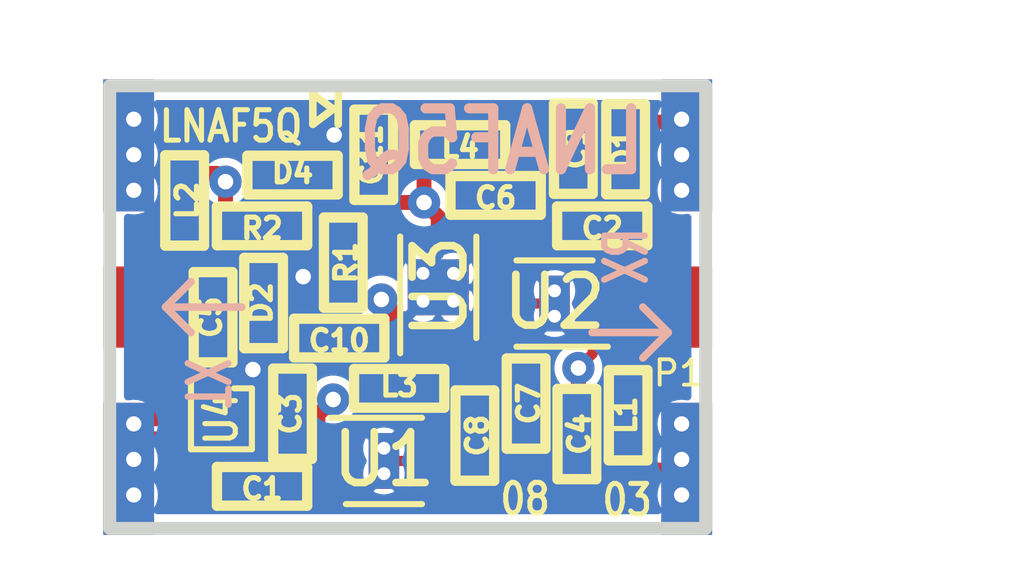
<source format=kicad_pcb>
(kicad_pcb (version 20171130) (host pcbnew 5.1.6)

  (general
    (thickness 0.8)
    (drawings 22)
    (tracks 132)
    (zones 0)
    (modules 25)
    (nets 18)
  )

  (page A4)
  (title_block
    (title LNAF5Q)
    (date 2020-08-03)
    (company "Copyright (c) 2014-2020 Great Scott Gadgets <info@greatscottgadgets.com>")
    (comment 1 "Licensed under the CERN-OHL-P v2")
  )

  (layers
    (0 F.Cu signal)
    (1 In1.Cu signal)
    (2 In2.Cu signal)
    (31 B.Cu signal)
    (32 B.Adhes user)
    (33 F.Adhes user)
    (34 B.Paste user)
    (35 F.Paste user)
    (36 B.SilkS user)
    (37 F.SilkS user)
    (38 B.Mask user)
    (39 F.Mask user)
    (40 Dwgs.User user)
    (41 Cmts.User user)
    (42 Eco1.User user)
    (43 Eco2.User user)
    (44 Edge.Cuts user)
    (45 Margin user)
    (46 B.CrtYd user)
    (47 F.CrtYd user)
    (48 B.Fab user)
    (49 F.Fab user)
  )

  (setup
    (last_trace_width 0.29337)
    (user_trace_width 0.2)
    (trace_clearance 0.127)
    (zone_clearance 0.1524)
    (zone_45_only yes)
    (trace_min 0.1524)
    (via_size 0.635)
    (via_drill 0.3048)
    (via_min_size 0.4572)
    (via_min_drill 0.254)
    (user_via 0.508 0.254)
    (uvia_size 0.508)
    (uvia_drill 0.127)
    (uvias_allowed no)
    (uvia_min_size 0.4572)
    (uvia_min_drill 0.127)
    (edge_width 0.1)
    (segment_width 0.2)
    (pcb_text_width 0.3)
    (pcb_text_size 1.5 1.5)
    (mod_edge_width 0.15)
    (mod_text_size 1 1)
    (mod_text_width 0.15)
    (pad_size 4.064 1.524)
    (pad_drill 0)
    (pad_to_mask_clearance 0.0508)
    (pad_to_paste_clearance_ratio -0.02)
    (aux_axis_origin 0 0)
    (visible_elements FFF9FFFF)
    (pcbplotparams
      (layerselection 0x010f8_ffffffff)
      (usegerberextensions true)
      (usegerberattributes false)
      (usegerberadvancedattributes false)
      (creategerberjobfile false)
      (excludeedgelayer true)
      (linewidth 0.150000)
      (plotframeref false)
      (viasonmask false)
      (mode 1)
      (useauxorigin false)
      (hpglpennumber 1)
      (hpglpenspeed 20)
      (hpglpendiameter 15.000000)
      (psnegative false)
      (psa4output false)
      (plotreference false)
      (plotvalue false)
      (plotinvisibletext false)
      (padsonsilk false)
      (subtractmaskfromsilk false)
      (outputformat 1)
      (mirror false)
      (drillshape 0)
      (scaleselection 1)
      (outputdirectory "gerbers"))
  )

  (net 0 "")
  (net 1 GND)
  (net 2 VCC)
  (net 3 "Net-(C1-Pad1)")
  (net 4 "Net-(C1-Pad2)")
  (net 5 "Net-(C2-Pad1)")
  (net 6 "Net-(C2-Pad2)")
  (net 7 "Net-(C5-Pad1)")
  (net 8 "Net-(C5-Pad2)")
  (net 9 "Net-(C7-Pad2)")
  (net 10 "Net-(C8-Pad1)")
  (net 11 "Net-(C8-Pad2)")
  (net 12 "Net-(C10-Pad2)")
  (net 13 "Net-(C7-Pad1)")
  (net 14 "Net-(D4-Pad2)")
  (net 15 "Net-(C6-Pad1)")
  (net 16 "Net-(C6-Pad2)")
  (net 17 "Net-(R1-Pad2)")

  (net_class Default "This is the default net class."
    (clearance 0.127)
    (trace_width 0.29337)
    (via_dia 0.635)
    (via_drill 0.3048)
    (uvia_dia 0.508)
    (uvia_drill 0.127)
    (diff_pair_width 0.2032)
    (diff_pair_gap 0.2032)
    (add_net GND)
    (add_net "Net-(C1-Pad1)")
    (add_net "Net-(C1-Pad2)")
    (add_net "Net-(C10-Pad2)")
    (add_net "Net-(C2-Pad1)")
    (add_net "Net-(C2-Pad2)")
    (add_net "Net-(C5-Pad1)")
    (add_net "Net-(C5-Pad2)")
    (add_net "Net-(C6-Pad1)")
    (add_net "Net-(C6-Pad2)")
    (add_net "Net-(C7-Pad1)")
    (add_net "Net-(C7-Pad2)")
    (add_net "Net-(C8-Pad1)")
    (add_net "Net-(C8-Pad2)")
    (add_net "Net-(D4-Pad2)")
    (add_net "Net-(R1-Pad2)")
    (add_net VCC)
  )

  (module gsg-modules:0402 (layer F.Cu) (tedit 5F26E02E) (tstamp 5F28A231)
    (at 134.13 96.88 90)
    (path /5F2886C8)
    (attr smd)
    (fp_text reference C9 (at 0 0.0508 90) (layer F.SilkS)
      (effects (font (size 0.4064 0.4064) (thickness 0.1016)))
    )
    (fp_text value "1 pF" (at 0 0.0508 90) (layer F.SilkS) hide
      (effects (font (size 0.4064 0.4064) (thickness 0.1016)))
    )
    (fp_line (start -0.889 -0.381) (end 0.889 -0.381) (layer F.SilkS) (width 0.2032))
    (fp_line (start -0.889 0.381) (end -0.889 -0.381) (layer F.SilkS) (width 0.2032))
    (fp_line (start 0.889 0.381) (end -0.889 0.381) (layer F.SilkS) (width 0.2032))
    (fp_line (start 0.889 -0.381) (end 0.889 0.381) (layer F.SilkS) (width 0.2032))
    (fp_line (start -0.94 -0.43) (end 0.94 -0.43) (layer F.CrtYd) (width 0.05))
    (fp_line (start 0.94 -0.43) (end 0.94 0.43) (layer F.CrtYd) (width 0.05))
    (fp_line (start 0.94 0.43) (end -0.94 0.43) (layer F.CrtYd) (width 0.05))
    (fp_line (start -0.94 0.43) (end -0.94 -0.43) (layer F.CrtYd) (width 0.05))
    (pad 1 smd rect (at -0.5334 0 90) (size 0.508 0.5588) (layers F.Cu F.Paste F.Mask)
      (net 5 "Net-(C2-Pad1)"))
    (pad 2 smd rect (at 0.5334 0 90) (size 0.508 0.5588) (layers F.Cu F.Paste F.Mask)
      (net 1 GND))
  )

  (module gsg-modules:SMA-KIT-1.5MF (layer F.Cu) (tedit 5F26EE20) (tstamp 5F278E99)
    (at 136.863 100 180)
    (path /5EF2AE41)
    (attr virtual)
    (fp_text reference P1 (at 0.663 -1.3) (layer F.SilkS)
      (effects (font (size 0.5 0.5) (thickness 0.075)))
    )
    (fp_text value SMA-KIT-1.5MF (at 0 5.2) (layer F.Fab)
      (effects (font (size 1 1) (thickness 0.15)))
    )
    (fp_text user %R (at 0.663 -1.3) (layer F.Fab)
      (effects (font (size 0.5 0.5) (thickness 0.075)))
    )
    (pad 4 smd rect (at 11.49 3.185) (size 1 2.6) (layers B.Cu B.Mask)
      (net 1 GND))
    (pad 4 thru_hole circle (at 11.39 3.7) (size 0.64 0.64) (drill 0.3) (layers *.Cu *.Mask)
      (net 1 GND))
    (pad 4 smd rect (at 11.49 -3.185) (size 1 2.6) (layers F.Cu F.Mask)
      (net 1 GND))
    (pad 4 thru_hole circle (at 11.39 -3) (size 0.64 0.64) (drill 0.3) (layers *.Cu *.Mask)
      (net 1 GND))
    (pad 4 thru_hole circle (at 11.39 2.3) (size 0.64 0.64) (drill 0.3) (layers *.Cu *.Mask)
      (net 1 GND))
    (pad 4 thru_hole circle (at 11.39 -2.3) (size 0.64 0.64) (drill 0.3) (layers *.Cu *.Mask)
      (net 1 GND))
    (pad 4 thru_hole circle (at 11.39 3) (size 0.64 0.64) (drill 0.3) (layers *.Cu *.Mask)
      (net 1 GND))
    (pad 4 smd rect (at 11.49 3.185) (size 1 2.6) (layers F.Cu F.Mask)
      (net 1 GND))
    (pad 3 smd rect (at 11.24 0) (size 1.5 1.6) (layers F.Cu F.Mask)
      (net 7 "Net-(C5-Pad1)"))
    (pad 4 smd rect (at 11.49 -3.185) (size 1 2.6) (layers B.Cu B.Mask)
      (net 1 GND))
    (pad 4 thru_hole circle (at 11.39 -3.7) (size 0.64 0.64) (drill 0.3) (layers *.Cu *.Mask)
      (net 1 GND))
    (pad 2 thru_hole circle (at 0.6 3.7 180) (size 0.64 0.64) (drill 0.3) (layers *.Cu *.Mask)
      (net 1 GND))
    (pad 2 thru_hole circle (at 0.6 3 180) (size 0.64 0.64) (drill 0.3) (layers *.Cu *.Mask)
      (net 1 GND))
    (pad 2 thru_hole circle (at 0.6 2.3 180) (size 0.64 0.64) (drill 0.3) (layers *.Cu *.Mask)
      (net 1 GND))
    (pad 2 thru_hole circle (at 0.6 -3.7 180) (size 0.64 0.64) (drill 0.3) (layers *.Cu *.Mask)
      (net 1 GND))
    (pad 2 thru_hole circle (at 0.6 -3 180) (size 0.64 0.64) (drill 0.3) (layers *.Cu *.Mask)
      (net 1 GND))
    (pad 2 thru_hole circle (at 0.6 -2.3 180) (size 0.64 0.64) (drill 0.3) (layers *.Cu *.Mask)
      (net 1 GND))
    (pad 1 smd rect (at 0.75 0 180) (size 1.5 1.6) (layers F.Cu F.Mask)
      (net 6 "Net-(C2-Pad2)"))
    (pad 2 smd rect (at 0.5 -3.185 180) (size 1 2.6) (layers F.Cu F.Mask)
      (net 1 GND))
    (pad 2 smd rect (at 0.5 3.185 180) (size 1 2.6) (layers B.Cu B.Mask)
      (net 1 GND))
    (pad 2 smd rect (at 0.5 -3.185 180) (size 1 2.6) (layers B.Cu B.Mask)
      (net 1 GND))
    (pad 2 smd rect (at 0.5 3.185 180) (size 1 2.6) (layers F.Cu F.Mask)
      (net 1 GND))
  )

  (module gsg-modules:GRF6011 (layer F.Cu) (tedit 5F279363) (tstamp 5F278692)
    (at 133.76 99.93 180)
    (path /5EF6E285)
    (attr smd)
    (fp_text reference U2 (at 0 0.03) (layer F.SilkS)
      (effects (font (size 1 1) (thickness 0.15)))
    )
    (fp_text value SWITCH (at 0 1.6) (layer F.Fab)
      (effects (font (size 1 1) (thickness 0.15)))
    )
    (fp_line (start -1.1 0.9) (end -1.1 -0.9) (layer F.CrtYd) (width 0.05))
    (fp_line (start 1.1 0.9) (end -1.1 0.9) (layer F.CrtYd) (width 0.05))
    (fp_line (start 1.1 -0.9) (end 1.1 0.9) (layer F.CrtYd) (width 0.05))
    (fp_line (start -1.1 -0.9) (end 1.1 -0.9) (layer F.CrtYd) (width 0.05))
    (fp_line (start 0.75 -0.75) (end 0.75 0.75) (layer F.Fab) (width 0.1))
    (fp_line (start 0.75 0.75) (end -0.75 0.75) (layer F.Fab) (width 0.1))
    (fp_line (start 0.75 0.85) (end -0.75 0.85) (layer F.SilkS) (width 0.12))
    (fp_line (start 0.75 -0.85) (end -1.05 -0.85) (layer F.SilkS) (width 0.12))
    (fp_line (start -0.75 -0.35) (end -0.35 -0.75) (layer F.Fab) (width 0.1))
    (fp_line (start -0.35 -0.75) (end 0.75 -0.75) (layer F.Fab) (width 0.1))
    (fp_line (start -0.75 -0.35) (end -0.75 0.75) (layer F.Fab) (width 0.1))
    (fp_text user %R (at 0 0) (layer F.Fab)
      (effects (font (size 0.5 0.3) (thickness 0.075)))
    )
    (pad 7 smd rect (at 0 0 180) (size 0.6 0.3) (layers F.Cu F.Paste)
      (net 1 GND))
    (pad 7 smd rect (at 0 0.45 180) (size 0.6 0.2) (layers F.Cu F.Paste)
      (net 1 GND))
    (pad 7 smd rect (at 0 -0.45 180) (size 0.6 0.2) (layers F.Cu F.Paste)
      (net 1 GND))
    (pad 7 smd rect (at 0 0 180) (size 0.6 1.1) (layers B.Cu)
      (net 1 GND))
    (pad 7 thru_hole circle (at 0 0.25 180) (size 0.508 0.508) (drill 0.254) (layers *.Cu *.Mask)
      (net 1 GND))
    (pad 7 thru_hole circle (at 0 -0.25 180) (size 0.508 0.508) (drill 0.254) (layers *.Cu *.Mask)
      (net 1 GND))
    (pad 7 smd rect (at 0 0 180) (size 0.6 1.1) (layers F.Cu F.Mask)
      (net 1 GND))
    (pad 6 smd rect (at 0.75 -0.5 180) (size 0.4 0.2) (layers F.Cu F.Paste F.Mask)
      (net 9 "Net-(C7-Pad2)"))
    (pad 5 smd rect (at 0.75 0 180) (size 0.4 0.2) (layers F.Cu F.Paste F.Mask)
      (net 1 GND))
    (pad 4 smd rect (at 0.75 0.5 180) (size 0.4 0.2) (layers F.Cu F.Paste F.Mask)
      (net 16 "Net-(C6-Pad2)"))
    (pad 3 smd rect (at -0.75 0.5 180) (size 0.4 0.2) (layers F.Cu F.Paste F.Mask)
      (net 5 "Net-(C2-Pad1)"))
    (pad 2 smd rect (at -0.75 0 180) (size 0.4 0.2) (layers F.Cu F.Paste F.Mask)
      (net 2 VCC))
    (pad 1 smd rect (at -0.75 -0.5 180) (size 0.4 0.2) (layers F.Cu F.Paste F.Mask)
      (net 2 VCC))
  )

  (module gsg-modules:TSLP-7-1 (layer F.Cu) (tedit 5F26DB3A) (tstamp 5F2788A4)
    (at 131.47 99.61)
    (path /52F68792)
    (attr smd)
    (fp_text reference U3 (at 0.03 -0.01 90) (layer F.SilkS)
      (effects (font (size 1 1) (thickness 0.15)))
    )
    (fp_text value LNA (at 0 2) (layer F.Fab)
      (effects (font (size 1 1) (thickness 0.15)))
    )
    (fp_line (start -0.75 -1) (end -0.75 1.3) (layer F.SilkS) (width 0.12))
    (fp_line (start 0.75 -1) (end 0.75 1) (layer F.SilkS) (width 0.12))
    (fp_line (start -0.65 -1) (end 0.65 -1) (layer F.Fab) (width 0.1))
    (fp_line (start 0.65 -1) (end 0.65 1) (layer F.Fab) (width 0.1))
    (fp_line (start 0.65 1) (end -0.35 1) (layer F.Fab) (width 0.1))
    (fp_line (start -0.65 0.7) (end -0.65 -1) (layer F.Fab) (width 0.1))
    (fp_line (start -0.8 -1.25) (end 0.8 -1.25) (layer F.CrtYd) (width 0.05))
    (fp_line (start 0.8 -1.25) (end 0.8 1.25) (layer F.CrtYd) (width 0.05))
    (fp_line (start 0.8 1.25) (end -0.8 1.25) (layer F.CrtYd) (width 0.05))
    (fp_line (start -0.8 1.25) (end -0.8 -1.25) (layer F.CrtYd) (width 0.05))
    (fp_line (start -0.35 1) (end -0.65 0.7) (layer F.Fab) (width 0.1))
    (fp_text user %R (at 0 0 90) (layer F.Fab)
      (effects (font (size 0.5 0.5) (thickness 0.075)))
    )
    (pad 7 smd rect (at 0.45 0.4) (size 0.3 0.3) (layers F.Cu F.Paste)
      (net 1 GND))
    (pad 7 smd rect (at 0 0.4) (size 0.3 0.3) (layers F.Cu F.Paste)
      (net 1 GND))
    (pad 7 smd rect (at -0.45 0.4) (size 0.3 0.3) (layers F.Cu F.Paste)
      (net 1 GND))
    (pad 7 smd rect (at -0.45 0) (size 0.3 0.3) (layers F.Cu F.Paste)
      (net 1 GND))
    (pad 7 smd rect (at -0.45 -0.4) (size 0.3 0.3) (layers F.Cu F.Paste)
      (net 1 GND))
    (pad 7 smd rect (at 0 -0.4) (size 0.3 0.3) (layers F.Cu F.Paste)
      (net 1 GND))
    (pad 7 smd rect (at 0.45 -0.4) (size 0.3 0.3) (layers F.Cu F.Paste)
      (net 1 GND))
    (pad 7 smd rect (at 0.45 0) (size 0.3 0.3) (layers F.Cu F.Paste)
      (net 1 GND))
    (pad 7 thru_hole circle (at -0.3 -0.275) (size 0.5 0.5) (drill 0.254) (layers *.Cu *.Mask)
      (net 1 GND))
    (pad 7 thru_hole circle (at -0.3 0.275) (size 0.5 0.5) (drill 0.254) (layers *.Cu *.Mask)
      (net 1 GND))
    (pad 7 thru_hole circle (at 0.3 0.275) (size 0.5 0.5) (drill 0.254) (layers *.Cu *.Mask)
      (net 1 GND))
    (pad 7 thru_hole circle (at 0.3 -0.275) (size 0.5 0.5) (drill 0.254) (layers *.Cu *.Mask)
      (net 1 GND))
    (pad 7 smd rect (at 0 0) (size 1.2 1.1) (layers F.Cu F.Mask)
      (net 1 GND))
    (pad 7 smd rect (at 0 0) (size 0.3 0.3) (layers F.Cu F.Paste)
      (net 1 GND))
    (pad 6 smd rect (at -0.5 -0.925) (size 0.3 0.35) (layers F.Cu F.Paste F.Mask)
      (net 17 "Net-(R1-Pad2)"))
    (pad 5 smd rect (at 0 -0.925) (size 0.3 0.35) (layers F.Cu F.Paste F.Mask)
      (net 2 VCC))
    (pad 4 smd rect (at 0.5 -0.925) (size 0.3 0.35) (layers F.Cu F.Paste F.Mask)
      (net 15 "Net-(C6-Pad1)"))
    (pad 3 smd rect (at 0.5 0.925) (size 0.3 0.35) (layers F.Cu F.Paste F.Mask)
      (net 11 "Net-(C8-Pad2)"))
    (pad 2 smd rect (at 0 0.925) (size 0.3 0.35) (layers F.Cu F.Paste F.Mask)
      (net 12 "Net-(C10-Pad2)"))
    (pad 1 smd rect (at -0.5 0.925) (size 0.3 0.35) (layers F.Cu F.Paste F.Mask)
      (net 2 VCC) (die_length 3.40614))
    (pad 7 smd rect (at 0 0) (size 1.2 1.1) (layers B.Cu)
      (net 1 GND))
  )

  (module gsg-modules:F5Q (layer F.Cu) (tedit 5F26F223) (tstamp 5F278651)
    (at 127.2 102.2 270)
    (path /52F44412)
    (fp_text reference U4 (at 0 0 90) (layer F.SilkS)
      (effects (font (size 0.6 0.5) (thickness 0.1)))
    )
    (fp_text value SAW (at 0 1.35 90) (layer F.Fab)
      (effects (font (size 1 1) (thickness 0.15)))
    )
    (fp_line (start -0.6 -0.6) (end -0.6 -0.25) (layer F.SilkS) (width 0.12))
    (fp_line (start 0.6 0.6) (end -0.7508 0.6) (layer F.SilkS) (width 0.12))
    (fp_line (start 0.6 -0.6) (end 0.6 0.6) (layer F.SilkS) (width 0.12))
    (fp_line (start -0.6 -0.6) (end 0.6 -0.6) (layer F.SilkS) (width 0.12))
    (fp_line (start -0.55 -0.45) (end 0.55 -0.45) (layer F.Fab) (width 0.1))
    (fp_line (start 0.55 -0.45) (end 0.55 0.45) (layer F.Fab) (width 0.1))
    (fp_line (start 0.55 0.45) (end -0.55 0.45) (layer F.Fab) (width 0.1))
    (fp_line (start -0.55 0.45) (end -0.55 -0.45) (layer F.Fab) (width 0.1))
    (fp_line (start 0.7 -0.7) (end 0.7 0.7) (layer F.CrtYd) (width 0.05))
    (fp_line (start 0.7 0.7) (end -0.85 0.7) (layer F.CrtYd) (width 0.05))
    (fp_line (start -0.85 0.7) (end -0.85 -0.7) (layer F.CrtYd) (width 0.05))
    (fp_line (start -0.85 -0.7) (end 0.7 -0.7) (layer F.CrtYd) (width 0.05))
    (fp_text user %R (at 0 0 90) (layer F.Fab)
      (effects (font (size 0.5 0.3) (thickness 0.075)))
    )
    (pad 1 smd rect (at -0.495 0 270) (size 0.4 0.25) (layers F.Cu F.Paste F.Mask)
      (net 8 "Net-(C5-Pad2)") (die_length 3.40614))
    (pad 3 smd rect (at 0.395 0.325 270) (size 0.25 0.4) (layers F.Cu F.Paste F.Mask)
      (net 1 GND) (die_length -1518.485687))
    (pad 4 smd rect (at 0.395 -0.325 270) (size 0.25 0.4) (layers F.Cu F.Paste F.Mask)
      (net 3 "Net-(C1-Pad1)") (die_length -1518.485687))
    (pad 2 smd rect (at 0 0.325 270) (size 0.25 0.4) (layers F.Cu F.Paste F.Mask)
      (net 1 GND) (die_length 3.40614))
    (pad 5 smd rect (at 0 -0.325 270) (size 0.25 0.4) (layers F.Cu F.Paste F.Mask)
      (net 1 GND))
  )

  (module gsg-modules:GRF6011 (layer F.Cu) (tedit 5F279363) (tstamp 5F277FC8)
    (at 130.4 103.03)
    (path /5EF1EE32)
    (attr smd)
    (fp_text reference U1 (at 0 -0.03) (layer F.SilkS)
      (effects (font (size 1 1) (thickness 0.15)))
    )
    (fp_text value SWITCH (at 0 1.6) (layer F.Fab)
      (effects (font (size 1 1) (thickness 0.15)))
    )
    (fp_line (start -1.1 0.9) (end -1.1 -0.9) (layer F.CrtYd) (width 0.05))
    (fp_line (start 1.1 0.9) (end -1.1 0.9) (layer F.CrtYd) (width 0.05))
    (fp_line (start 1.1 -0.9) (end 1.1 0.9) (layer F.CrtYd) (width 0.05))
    (fp_line (start -1.1 -0.9) (end 1.1 -0.9) (layer F.CrtYd) (width 0.05))
    (fp_line (start 0.75 -0.75) (end 0.75 0.75) (layer F.Fab) (width 0.1))
    (fp_line (start 0.75 0.75) (end -0.75 0.75) (layer F.Fab) (width 0.1))
    (fp_line (start 0.75 0.85) (end -0.75 0.85) (layer F.SilkS) (width 0.12))
    (fp_line (start 0.75 -0.85) (end -1.05 -0.85) (layer F.SilkS) (width 0.12))
    (fp_line (start -0.75 -0.35) (end -0.35 -0.75) (layer F.Fab) (width 0.1))
    (fp_line (start -0.35 -0.75) (end 0.75 -0.75) (layer F.Fab) (width 0.1))
    (fp_line (start -0.75 -0.35) (end -0.75 0.75) (layer F.Fab) (width 0.1))
    (fp_text user %R (at 0 0) (layer F.Fab)
      (effects (font (size 0.5 0.3) (thickness 0.075)))
    )
    (pad 7 smd rect (at 0 0) (size 0.6 0.3) (layers F.Cu F.Paste)
      (net 1 GND))
    (pad 7 smd rect (at 0 0.45) (size 0.6 0.2) (layers F.Cu F.Paste)
      (net 1 GND))
    (pad 7 smd rect (at 0 -0.45) (size 0.6 0.2) (layers F.Cu F.Paste)
      (net 1 GND))
    (pad 7 smd rect (at 0 0) (size 0.6 1.1) (layers B.Cu)
      (net 1 GND))
    (pad 7 thru_hole circle (at 0 0.25) (size 0.508 0.508) (drill 0.254) (layers *.Cu *.Mask)
      (net 1 GND))
    (pad 7 thru_hole circle (at 0 -0.25) (size 0.508 0.508) (drill 0.254) (layers *.Cu *.Mask)
      (net 1 GND))
    (pad 7 smd rect (at 0 0) (size 0.6 1.1) (layers F.Cu F.Mask)
      (net 1 GND))
    (pad 6 smd rect (at 0.75 -0.5) (size 0.4 0.2) (layers F.Cu F.Paste F.Mask)
      (net 13 "Net-(C7-Pad1)"))
    (pad 5 smd rect (at 0.75 0) (size 0.4 0.2) (layers F.Cu F.Paste F.Mask)
      (net 1 GND))
    (pad 4 smd rect (at 0.75 0.5) (size 0.4 0.2) (layers F.Cu F.Paste F.Mask)
      (net 10 "Net-(C8-Pad1)"))
    (pad 3 smd rect (at -0.75 0.5) (size 0.4 0.2) (layers F.Cu F.Paste F.Mask)
      (net 4 "Net-(C1-Pad2)"))
    (pad 2 smd rect (at -0.75 0) (size 0.4 0.2) (layers F.Cu F.Paste F.Mask)
      (net 2 VCC))
    (pad 1 smd rect (at -0.75 -0.5) (size 0.4 0.2) (layers F.Cu F.Paste F.Mask)
      (net 2 VCC))
  )

  (module gsg-modules:0402 (layer F.Cu) (tedit 5F26E02E) (tstamp 5EF09A23)
    (at 128 98.4)
    (path /52F68CBB)
    (attr smd)
    (fp_text reference R2 (at 0 0.0508) (layer F.SilkS)
      (effects (font (size 0.4064 0.4064) (thickness 0.1016)))
    )
    (fp_text value 470 (at 0 0.0508) (layer F.SilkS) hide
      (effects (font (size 0.4064 0.4064) (thickness 0.1016)))
    )
    (fp_line (start -0.889 -0.381) (end 0.889 -0.381) (layer F.SilkS) (width 0.2032))
    (fp_line (start -0.889 0.381) (end -0.889 -0.381) (layer F.SilkS) (width 0.2032))
    (fp_line (start 0.889 0.381) (end -0.889 0.381) (layer F.SilkS) (width 0.2032))
    (fp_line (start 0.889 -0.381) (end 0.889 0.381) (layer F.SilkS) (width 0.2032))
    (fp_line (start -0.94 -0.43) (end 0.94 -0.43) (layer F.CrtYd) (width 0.05))
    (fp_line (start 0.94 -0.43) (end 0.94 0.43) (layer F.CrtYd) (width 0.05))
    (fp_line (start 0.94 0.43) (end -0.94 0.43) (layer F.CrtYd) (width 0.05))
    (fp_line (start -0.94 0.43) (end -0.94 -0.43) (layer F.CrtYd) (width 0.05))
    (pad 1 smd rect (at -0.5334 0) (size 0.508 0.5588) (layers F.Cu F.Paste F.Mask)
      (net 2 VCC))
    (pad 2 smd rect (at 0.5334 0) (size 0.508 0.5588) (layers F.Cu F.Paste F.Mask)
      (net 14 "Net-(D4-Pad2)"))
  )

  (module gsg-modules:0402 (layer F.Cu) (tedit 5F26E02E) (tstamp 5EF0949D)
    (at 129.6 99.125 90)
    (path /52F68800)
    (attr smd)
    (fp_text reference R1 (at 0 0.0508 90) (layer F.SilkS)
      (effects (font (size 0.4064 0.4064) (thickness 0.1016)))
    )
    (fp_text value 3k (at 0 0.0508 90) (layer F.SilkS) hide
      (effects (font (size 0.4064 0.4064) (thickness 0.1016)))
    )
    (fp_line (start -0.889 -0.381) (end 0.889 -0.381) (layer F.SilkS) (width 0.2032))
    (fp_line (start -0.889 0.381) (end -0.889 -0.381) (layer F.SilkS) (width 0.2032))
    (fp_line (start 0.889 0.381) (end -0.889 0.381) (layer F.SilkS) (width 0.2032))
    (fp_line (start 0.889 -0.381) (end 0.889 0.381) (layer F.SilkS) (width 0.2032))
    (fp_line (start -0.94 -0.43) (end 0.94 -0.43) (layer F.CrtYd) (width 0.05))
    (fp_line (start 0.94 -0.43) (end 0.94 0.43) (layer F.CrtYd) (width 0.05))
    (fp_line (start 0.94 0.43) (end -0.94 0.43) (layer F.CrtYd) (width 0.05))
    (fp_line (start -0.94 0.43) (end -0.94 -0.43) (layer F.CrtYd) (width 0.05))
    (pad 1 smd rect (at -0.5334 0 90) (size 0.508 0.5588) (layers F.Cu F.Paste F.Mask)
      (net 2 VCC))
    (pad 2 smd rect (at 0.5334 0 90) (size 0.508 0.5588) (layers F.Cu F.Paste F.Mask)
      (net 17 "Net-(R1-Pad2)"))
  )

  (module gsg-modules:0402 (layer F.Cu) (tedit 5F26E02E) (tstamp 5F282B4A)
    (at 131.9 96.8)
    (path /52F688CD)
    (attr smd)
    (fp_text reference L4 (at 0 0.0508) (layer F.SilkS)
      (effects (font (size 0.4064 0.4064) (thickness 0.1016)))
    )
    (fp_text value 39nH (at 0 0.0508) (layer F.SilkS) hide
      (effects (font (size 0.4064 0.4064) (thickness 0.1016)))
    )
    (fp_line (start -0.889 -0.381) (end 0.889 -0.381) (layer F.SilkS) (width 0.2032))
    (fp_line (start -0.889 0.381) (end -0.889 -0.381) (layer F.SilkS) (width 0.2032))
    (fp_line (start 0.889 0.381) (end -0.889 0.381) (layer F.SilkS) (width 0.2032))
    (fp_line (start 0.889 -0.381) (end 0.889 0.381) (layer F.SilkS) (width 0.2032))
    (fp_line (start -0.94 -0.43) (end 0.94 -0.43) (layer F.CrtYd) (width 0.05))
    (fp_line (start 0.94 -0.43) (end 0.94 0.43) (layer F.CrtYd) (width 0.05))
    (fp_line (start 0.94 0.43) (end -0.94 0.43) (layer F.CrtYd) (width 0.05))
    (fp_line (start -0.94 0.43) (end -0.94 -0.43) (layer F.CrtYd) (width 0.05))
    (pad 1 smd rect (at -0.5334 0) (size 0.508 0.5588) (layers F.Cu F.Paste F.Mask)
      (net 2 VCC))
    (pad 2 smd rect (at 0.5334 0) (size 0.508 0.5588) (layers F.Cu F.Paste F.Mask)
      (net 15 "Net-(C6-Pad1)"))
  )

  (module gsg-modules:0402 (layer F.Cu) (tedit 5F26E02E) (tstamp 5F273959)
    (at 130.7 101.6 180)
    (path /52F68C24)
    (attr smd)
    (fp_text reference L3 (at 0 0.0508) (layer F.SilkS)
      (effects (font (size 0.4064 0.4064) (thickness 0.1016)))
    )
    (fp_text value 39nH (at 0 0.0508) (layer F.SilkS) hide
      (effects (font (size 0.4064 0.4064) (thickness 0.1016)))
    )
    (fp_line (start -0.889 -0.381) (end 0.889 -0.381) (layer F.SilkS) (width 0.2032))
    (fp_line (start -0.889 0.381) (end -0.889 -0.381) (layer F.SilkS) (width 0.2032))
    (fp_line (start 0.889 0.381) (end -0.889 0.381) (layer F.SilkS) (width 0.2032))
    (fp_line (start 0.889 -0.381) (end 0.889 0.381) (layer F.SilkS) (width 0.2032))
    (fp_line (start -0.94 -0.43) (end 0.94 -0.43) (layer F.CrtYd) (width 0.05))
    (fp_line (start 0.94 -0.43) (end 0.94 0.43) (layer F.CrtYd) (width 0.05))
    (fp_line (start 0.94 0.43) (end -0.94 0.43) (layer F.CrtYd) (width 0.05))
    (fp_line (start -0.94 0.43) (end -0.94 -0.43) (layer F.CrtYd) (width 0.05))
    (pad 1 smd rect (at -0.5334 0 180) (size 0.508 0.5588) (layers F.Cu F.Paste F.Mask)
      (net 11 "Net-(C8-Pad2)"))
    (pad 2 smd rect (at 0.5334 0 180) (size 0.508 0.5588) (layers F.Cu F.Paste F.Mask)
      (net 12 "Net-(C10-Pad2)"))
  )

  (module gsg-modules:0402 (layer F.Cu) (tedit 5F26E02E) (tstamp 5EF08061)
    (at 126.475 97.9 90)
    (path /5F219001)
    (attr smd)
    (fp_text reference L2 (at 0 0.0508 90) (layer F.SilkS)
      (effects (font (size 0.4064 0.4064) (thickness 0.1016)))
    )
    (fp_text value 39nH (at 0 0.0508 90) (layer F.SilkS) hide
      (effects (font (size 0.4064 0.4064) (thickness 0.1016)))
    )
    (fp_line (start -0.889 -0.381) (end 0.889 -0.381) (layer F.SilkS) (width 0.2032))
    (fp_line (start -0.889 0.381) (end -0.889 -0.381) (layer F.SilkS) (width 0.2032))
    (fp_line (start 0.889 0.381) (end -0.889 0.381) (layer F.SilkS) (width 0.2032))
    (fp_line (start 0.889 -0.381) (end 0.889 0.381) (layer F.SilkS) (width 0.2032))
    (fp_line (start -0.94 -0.43) (end 0.94 -0.43) (layer F.CrtYd) (width 0.05))
    (fp_line (start 0.94 -0.43) (end 0.94 0.43) (layer F.CrtYd) (width 0.05))
    (fp_line (start 0.94 0.43) (end -0.94 0.43) (layer F.CrtYd) (width 0.05))
    (fp_line (start -0.94 0.43) (end -0.94 -0.43) (layer F.CrtYd) (width 0.05))
    (pad 1 smd rect (at -0.5334 0 90) (size 0.508 0.5588) (layers F.Cu F.Paste F.Mask)
      (net 7 "Net-(C5-Pad1)"))
    (pad 2 smd rect (at 0.5334 0 90) (size 0.508 0.5588) (layers F.Cu F.Paste F.Mask)
      (net 2 VCC))
  )

  (module gsg-modules:0402 (layer F.Cu) (tedit 5F26E02E) (tstamp 5F282AE1)
    (at 135.21 102.13 270)
    (path /52F68C64)
    (attr smd)
    (fp_text reference L1 (at 0 0.0508 90) (layer F.SilkS)
      (effects (font (size 0.4064 0.4064) (thickness 0.1016)))
    )
    (fp_text value 39nH (at 0 0.0508 90) (layer F.SilkS) hide
      (effects (font (size 0.4064 0.4064) (thickness 0.1016)))
    )
    (fp_line (start -0.889 -0.381) (end 0.889 -0.381) (layer F.SilkS) (width 0.2032))
    (fp_line (start -0.889 0.381) (end -0.889 -0.381) (layer F.SilkS) (width 0.2032))
    (fp_line (start 0.889 0.381) (end -0.889 0.381) (layer F.SilkS) (width 0.2032))
    (fp_line (start 0.889 -0.381) (end 0.889 0.381) (layer F.SilkS) (width 0.2032))
    (fp_line (start -0.94 -0.43) (end 0.94 -0.43) (layer F.CrtYd) (width 0.05))
    (fp_line (start 0.94 -0.43) (end 0.94 0.43) (layer F.CrtYd) (width 0.05))
    (fp_line (start 0.94 0.43) (end -0.94 0.43) (layer F.CrtYd) (width 0.05))
    (fp_line (start -0.94 0.43) (end -0.94 -0.43) (layer F.CrtYd) (width 0.05))
    (pad 1 smd rect (at -0.5334 0 270) (size 0.508 0.5588) (layers F.Cu F.Paste F.Mask)
      (net 6 "Net-(C2-Pad2)"))
    (pad 2 smd rect (at 0.5334 0 270) (size 0.508 0.5588) (layers F.Cu F.Paste F.Mask)
      (net 2 VCC))
  )

  (module gsg-modules:0402 (layer F.Cu) (tedit 5F26E02E) (tstamp 52F6BFEC)
    (at 128.6 97.4 180)
    (path /52F51772)
    (attr smd)
    (fp_text reference D4 (at 0 0.0508) (layer F.SilkS)
      (effects (font (size 0.4064 0.4064) (thickness 0.1016)))
    )
    (fp_text value LNALED (at 0 0.0508) (layer F.SilkS) hide
      (effects (font (size 0.4064 0.4064) (thickness 0.1016)))
    )
    (fp_line (start -0.889 -0.381) (end 0.889 -0.381) (layer F.SilkS) (width 0.2032))
    (fp_line (start -0.889 0.381) (end -0.889 -0.381) (layer F.SilkS) (width 0.2032))
    (fp_line (start 0.889 0.381) (end -0.889 0.381) (layer F.SilkS) (width 0.2032))
    (fp_line (start 0.889 -0.381) (end 0.889 0.381) (layer F.SilkS) (width 0.2032))
    (fp_line (start -0.94 -0.43) (end 0.94 -0.43) (layer F.CrtYd) (width 0.05))
    (fp_line (start 0.94 -0.43) (end 0.94 0.43) (layer F.CrtYd) (width 0.05))
    (fp_line (start 0.94 0.43) (end -0.94 0.43) (layer F.CrtYd) (width 0.05))
    (fp_line (start -0.94 0.43) (end -0.94 -0.43) (layer F.CrtYd) (width 0.05))
    (pad 1 smd rect (at -0.5334 0 180) (size 0.508 0.5588) (layers F.Cu F.Paste F.Mask)
      (net 1 GND))
    (pad 2 smd rect (at 0.5334 0 180) (size 0.508 0.5588) (layers F.Cu F.Paste F.Mask)
      (net 14 "Net-(D4-Pad2)"))
  )

  (module gsg-modules:0402 (layer F.Cu) (tedit 5F26E02E) (tstamp 5EF02082)
    (at 128.03 99.92 270)
    (path /52F69FCE)
    (attr smd)
    (fp_text reference D2 (at 0 0.0508 90) (layer F.SilkS)
      (effects (font (size 0.4064 0.4064) (thickness 0.1016)))
    )
    (fp_text value D_TVS (at 0 0.0508 90) (layer F.SilkS) hide
      (effects (font (size 0.4064 0.4064) (thickness 0.1016)))
    )
    (fp_line (start -0.889 -0.381) (end 0.889 -0.381) (layer F.SilkS) (width 0.2032))
    (fp_line (start -0.889 0.381) (end -0.889 -0.381) (layer F.SilkS) (width 0.2032))
    (fp_line (start 0.889 0.381) (end -0.889 0.381) (layer F.SilkS) (width 0.2032))
    (fp_line (start 0.889 -0.381) (end 0.889 0.381) (layer F.SilkS) (width 0.2032))
    (fp_line (start -0.94 -0.43) (end 0.94 -0.43) (layer F.CrtYd) (width 0.05))
    (fp_line (start 0.94 -0.43) (end 0.94 0.43) (layer F.CrtYd) (width 0.05))
    (fp_line (start 0.94 0.43) (end -0.94 0.43) (layer F.CrtYd) (width 0.05))
    (fp_line (start -0.94 0.43) (end -0.94 -0.43) (layer F.CrtYd) (width 0.05))
    (pad 1 smd rect (at -0.5334 0 270) (size 0.508 0.5588) (layers F.Cu F.Paste F.Mask)
      (net 1 GND))
    (pad 2 smd rect (at 0.5334 0 270) (size 0.508 0.5588) (layers F.Cu F.Paste F.Mask)
      (net 8 "Net-(C5-Pad2)"))
  )

  (module gsg-modules:0402 (layer F.Cu) (tedit 5F26E02E) (tstamp 5F26AD58)
    (at 135.16 96.89 270)
    (path /52F44107)
    (attr smd)
    (fp_text reference D1 (at 0 0.0508 90) (layer F.SilkS)
      (effects (font (size 0.4064 0.4064) (thickness 0.1016)))
    )
    (fp_text value D_TVS (at 0 0.0508 90) (layer F.SilkS) hide
      (effects (font (size 0.4064 0.4064) (thickness 0.1016)))
    )
    (fp_line (start -0.889 -0.381) (end 0.889 -0.381) (layer F.SilkS) (width 0.2032))
    (fp_line (start -0.889 0.381) (end -0.889 -0.381) (layer F.SilkS) (width 0.2032))
    (fp_line (start 0.889 0.381) (end -0.889 0.381) (layer F.SilkS) (width 0.2032))
    (fp_line (start 0.889 -0.381) (end 0.889 0.381) (layer F.SilkS) (width 0.2032))
    (fp_line (start -0.94 -0.43) (end 0.94 -0.43) (layer F.CrtYd) (width 0.05))
    (fp_line (start 0.94 -0.43) (end 0.94 0.43) (layer F.CrtYd) (width 0.05))
    (fp_line (start 0.94 0.43) (end -0.94 0.43) (layer F.CrtYd) (width 0.05))
    (fp_line (start -0.94 0.43) (end -0.94 -0.43) (layer F.CrtYd) (width 0.05))
    (pad 1 smd rect (at -0.5334 0 270) (size 0.508 0.5588) (layers F.Cu F.Paste F.Mask)
      (net 1 GND))
    (pad 2 smd rect (at 0.5334 0 270) (size 0.508 0.5588) (layers F.Cu F.Paste F.Mask)
      (net 6 "Net-(C2-Pad2)"))
  )

  (module gsg-modules:0402 (layer F.Cu) (tedit 5F26E02E) (tstamp 5EF09436)
    (at 130.2 97 270)
    (path /52F69F2A)
    (attr smd)
    (fp_text reference C11 (at 0 0.0508 90) (layer F.SilkS)
      (effects (font (size 0.4064 0.4064) (thickness 0.1016)))
    )
    (fp_text value 1uF (at 0 0.0508 90) (layer F.SilkS) hide
      (effects (font (size 0.4064 0.4064) (thickness 0.1016)))
    )
    (fp_line (start -0.889 -0.381) (end 0.889 -0.381) (layer F.SilkS) (width 0.2032))
    (fp_line (start -0.889 0.381) (end -0.889 -0.381) (layer F.SilkS) (width 0.2032))
    (fp_line (start 0.889 0.381) (end -0.889 0.381) (layer F.SilkS) (width 0.2032))
    (fp_line (start 0.889 -0.381) (end 0.889 0.381) (layer F.SilkS) (width 0.2032))
    (fp_line (start -0.94 -0.43) (end 0.94 -0.43) (layer F.CrtYd) (width 0.05))
    (fp_line (start 0.94 -0.43) (end 0.94 0.43) (layer F.CrtYd) (width 0.05))
    (fp_line (start 0.94 0.43) (end -0.94 0.43) (layer F.CrtYd) (width 0.05))
    (fp_line (start -0.94 0.43) (end -0.94 -0.43) (layer F.CrtYd) (width 0.05))
    (pad 1 smd rect (at -0.5334 0 270) (size 0.508 0.5588) (layers F.Cu F.Paste F.Mask)
      (net 1 GND))
    (pad 2 smd rect (at 0.5334 0 270) (size 0.508 0.5588) (layers F.Cu F.Paste F.Mask)
      (net 2 VCC))
  )

  (module gsg-modules:0402 (layer F.Cu) (tedit 5F26E02E) (tstamp 5EF08940)
    (at 129.52 100.61)
    (path /52F68A00)
    (attr smd)
    (fp_text reference C10 (at 0 0.0508) (layer F.SilkS)
      (effects (font (size 0.4064 0.4064) (thickness 0.1016)))
    )
    (fp_text value 1uF (at 0 0.0508) (layer F.SilkS) hide
      (effects (font (size 0.4064 0.4064) (thickness 0.1016)))
    )
    (fp_line (start -0.889 -0.381) (end 0.889 -0.381) (layer F.SilkS) (width 0.2032))
    (fp_line (start -0.889 0.381) (end -0.889 -0.381) (layer F.SilkS) (width 0.2032))
    (fp_line (start 0.889 0.381) (end -0.889 0.381) (layer F.SilkS) (width 0.2032))
    (fp_line (start 0.889 -0.381) (end 0.889 0.381) (layer F.SilkS) (width 0.2032))
    (fp_line (start -0.94 -0.43) (end 0.94 -0.43) (layer F.CrtYd) (width 0.05))
    (fp_line (start 0.94 -0.43) (end 0.94 0.43) (layer F.CrtYd) (width 0.05))
    (fp_line (start 0.94 0.43) (end -0.94 0.43) (layer F.CrtYd) (width 0.05))
    (fp_line (start -0.94 0.43) (end -0.94 -0.43) (layer F.CrtYd) (width 0.05))
    (pad 1 smd rect (at -0.5334 0) (size 0.508 0.5588) (layers F.Cu F.Paste F.Mask)
      (net 1 GND))
    (pad 2 smd rect (at 0.5334 0) (size 0.508 0.5588) (layers F.Cu F.Paste F.Mask)
      (net 12 "Net-(C10-Pad2)"))
  )

  (module gsg-modules:0402 (layer F.Cu) (tedit 5F26E02E) (tstamp 5EF090B0)
    (at 132.6 97.8)
    (path /52F69EBA)
    (attr smd)
    (fp_text reference C6 (at 0 0.0508) (layer F.SilkS)
      (effects (font (size 0.4064 0.4064) (thickness 0.1016)))
    )
    (fp_text value 100pF (at 0 0.0508) (layer F.SilkS) hide
      (effects (font (size 0.4064 0.4064) (thickness 0.1016)))
    )
    (fp_line (start -0.889 -0.381) (end 0.889 -0.381) (layer F.SilkS) (width 0.2032))
    (fp_line (start -0.889 0.381) (end -0.889 -0.381) (layer F.SilkS) (width 0.2032))
    (fp_line (start 0.889 0.381) (end -0.889 0.381) (layer F.SilkS) (width 0.2032))
    (fp_line (start 0.889 -0.381) (end 0.889 0.381) (layer F.SilkS) (width 0.2032))
    (fp_line (start -0.94 -0.43) (end 0.94 -0.43) (layer F.CrtYd) (width 0.05))
    (fp_line (start 0.94 -0.43) (end 0.94 0.43) (layer F.CrtYd) (width 0.05))
    (fp_line (start 0.94 0.43) (end -0.94 0.43) (layer F.CrtYd) (width 0.05))
    (fp_line (start -0.94 0.43) (end -0.94 -0.43) (layer F.CrtYd) (width 0.05))
    (pad 1 smd rect (at -0.5334 0) (size 0.508 0.5588) (layers F.Cu F.Paste F.Mask)
      (net 15 "Net-(C6-Pad1)"))
    (pad 2 smd rect (at 0.5334 0) (size 0.508 0.5588) (layers F.Cu F.Paste F.Mask)
      (net 16 "Net-(C6-Pad2)"))
  )

  (module gsg-modules:0402 (layer F.Cu) (tedit 5F26E02E) (tstamp 5F26B936)
    (at 132.19 102.53 90)
    (path /52F69EB1)
    (attr smd)
    (fp_text reference C8 (at 0 0.0508 90) (layer F.SilkS)
      (effects (font (size 0.4064 0.4064) (thickness 0.1016)))
    )
    (fp_text value 100pF (at 0 0.0508 90) (layer F.SilkS) hide
      (effects (font (size 0.4064 0.4064) (thickness 0.1016)))
    )
    (fp_line (start -0.889 -0.381) (end 0.889 -0.381) (layer F.SilkS) (width 0.2032))
    (fp_line (start -0.889 0.381) (end -0.889 -0.381) (layer F.SilkS) (width 0.2032))
    (fp_line (start 0.889 0.381) (end -0.889 0.381) (layer F.SilkS) (width 0.2032))
    (fp_line (start 0.889 -0.381) (end 0.889 0.381) (layer F.SilkS) (width 0.2032))
    (fp_line (start -0.94 -0.43) (end 0.94 -0.43) (layer F.CrtYd) (width 0.05))
    (fp_line (start 0.94 -0.43) (end 0.94 0.43) (layer F.CrtYd) (width 0.05))
    (fp_line (start 0.94 0.43) (end -0.94 0.43) (layer F.CrtYd) (width 0.05))
    (fp_line (start -0.94 0.43) (end -0.94 -0.43) (layer F.CrtYd) (width 0.05))
    (pad 1 smd rect (at -0.5334 0 90) (size 0.508 0.5588) (layers F.Cu F.Paste F.Mask)
      (net 10 "Net-(C8-Pad1)"))
    (pad 2 smd rect (at 0.5334 0 90) (size 0.508 0.5588) (layers F.Cu F.Paste F.Mask)
      (net 11 "Net-(C8-Pad2)"))
  )

  (module gsg-modules:0402 (layer F.Cu) (tedit 5F26E02E) (tstamp 5F26B83A)
    (at 133.2 101.9 90)
    (path /52F69E98)
    (attr smd)
    (fp_text reference C7 (at 0 0.0508 90) (layer F.SilkS)
      (effects (font (size 0.4064 0.4064) (thickness 0.1016)))
    )
    (fp_text value 100pF (at 0 0.0508 90) (layer F.SilkS) hide
      (effects (font (size 0.4064 0.4064) (thickness 0.1016)))
    )
    (fp_line (start -0.889 -0.381) (end 0.889 -0.381) (layer F.SilkS) (width 0.2032))
    (fp_line (start -0.889 0.381) (end -0.889 -0.381) (layer F.SilkS) (width 0.2032))
    (fp_line (start 0.889 0.381) (end -0.889 0.381) (layer F.SilkS) (width 0.2032))
    (fp_line (start 0.889 -0.381) (end 0.889 0.381) (layer F.SilkS) (width 0.2032))
    (fp_line (start -0.94 -0.43) (end 0.94 -0.43) (layer F.CrtYd) (width 0.05))
    (fp_line (start 0.94 -0.43) (end 0.94 0.43) (layer F.CrtYd) (width 0.05))
    (fp_line (start 0.94 0.43) (end -0.94 0.43) (layer F.CrtYd) (width 0.05))
    (fp_line (start -0.94 0.43) (end -0.94 -0.43) (layer F.CrtYd) (width 0.05))
    (pad 1 smd rect (at -0.5334 0 90) (size 0.508 0.5588) (layers F.Cu F.Paste F.Mask)
      (net 13 "Net-(C7-Pad1)"))
    (pad 2 smd rect (at 0.5334 0 90) (size 0.508 0.5588) (layers F.Cu F.Paste F.Mask)
      (net 9 "Net-(C7-Pad2)"))
  )

  (module gsg-modules:0402 (layer F.Cu) (tedit 5F26E02E) (tstamp 5EF00BAA)
    (at 127.035 100.2 270)
    (path /52F44170)
    (attr smd)
    (fp_text reference C5 (at 0 0.0508 90) (layer F.SilkS)
      (effects (font (size 0.4064 0.4064) (thickness 0.1016)))
    )
    (fp_text value 100pF (at 0 0.0508 90) (layer F.SilkS) hide
      (effects (font (size 0.4064 0.4064) (thickness 0.1016)))
    )
    (fp_line (start -0.889 -0.381) (end 0.889 -0.381) (layer F.SilkS) (width 0.2032))
    (fp_line (start -0.889 0.381) (end -0.889 -0.381) (layer F.SilkS) (width 0.2032))
    (fp_line (start 0.889 0.381) (end -0.889 0.381) (layer F.SilkS) (width 0.2032))
    (fp_line (start 0.889 -0.381) (end 0.889 0.381) (layer F.SilkS) (width 0.2032))
    (fp_line (start -0.94 -0.43) (end 0.94 -0.43) (layer F.CrtYd) (width 0.05))
    (fp_line (start 0.94 -0.43) (end 0.94 0.43) (layer F.CrtYd) (width 0.05))
    (fp_line (start 0.94 0.43) (end -0.94 0.43) (layer F.CrtYd) (width 0.05))
    (fp_line (start -0.94 0.43) (end -0.94 -0.43) (layer F.CrtYd) (width 0.05))
    (pad 1 smd rect (at -0.5334 0 270) (size 0.508 0.5588) (layers F.Cu F.Paste F.Mask)
      (net 7 "Net-(C5-Pad1)"))
    (pad 2 smd rect (at 0.5334 0 270) (size 0.508 0.5588) (layers F.Cu F.Paste F.Mask)
      (net 8 "Net-(C5-Pad2)"))
  )

  (module gsg-modules:0402 (layer F.Cu) (tedit 5F26E02E) (tstamp 5EEFF72C)
    (at 134.2 102.5 90)
    (path /5F0987F0)
    (attr smd)
    (fp_text reference C4 (at 0 0.0508 90) (layer F.SilkS)
      (effects (font (size 0.4064 0.4064) (thickness 0.1016)))
    )
    (fp_text value 100pF (at 0 0.0508 90) (layer F.SilkS) hide
      (effects (font (size 0.4064 0.4064) (thickness 0.1016)))
    )
    (fp_line (start -0.889 -0.381) (end 0.889 -0.381) (layer F.SilkS) (width 0.2032))
    (fp_line (start -0.889 0.381) (end -0.889 -0.381) (layer F.SilkS) (width 0.2032))
    (fp_line (start 0.889 0.381) (end -0.889 0.381) (layer F.SilkS) (width 0.2032))
    (fp_line (start 0.889 -0.381) (end 0.889 0.381) (layer F.SilkS) (width 0.2032))
    (fp_line (start -0.94 -0.43) (end 0.94 -0.43) (layer F.CrtYd) (width 0.05))
    (fp_line (start 0.94 -0.43) (end 0.94 0.43) (layer F.CrtYd) (width 0.05))
    (fp_line (start 0.94 0.43) (end -0.94 0.43) (layer F.CrtYd) (width 0.05))
    (fp_line (start -0.94 0.43) (end -0.94 -0.43) (layer F.CrtYd) (width 0.05))
    (pad 1 smd rect (at -0.5334 0 90) (size 0.508 0.5588) (layers F.Cu F.Paste F.Mask)
      (net 1 GND))
    (pad 2 smd rect (at 0.5334 0 90) (size 0.508 0.5588) (layers F.Cu F.Paste F.Mask)
      (net 2 VCC))
  )

  (module gsg-modules:0402 (layer F.Cu) (tedit 5F26E02E) (tstamp 5EF03181)
    (at 128.6 102.1 270)
    (path /5F078CB4)
    (attr smd)
    (fp_text reference C3 (at 0 0.0508 90) (layer F.SilkS)
      (effects (font (size 0.4064 0.4064) (thickness 0.1016)))
    )
    (fp_text value 100pF (at 0 0.0508 90) (layer F.SilkS) hide
      (effects (font (size 0.4064 0.4064) (thickness 0.1016)))
    )
    (fp_line (start -0.889 -0.381) (end 0.889 -0.381) (layer F.SilkS) (width 0.2032))
    (fp_line (start -0.889 0.381) (end -0.889 -0.381) (layer F.SilkS) (width 0.2032))
    (fp_line (start 0.889 0.381) (end -0.889 0.381) (layer F.SilkS) (width 0.2032))
    (fp_line (start 0.889 -0.381) (end 0.889 0.381) (layer F.SilkS) (width 0.2032))
    (fp_line (start -0.94 -0.43) (end 0.94 -0.43) (layer F.CrtYd) (width 0.05))
    (fp_line (start 0.94 -0.43) (end 0.94 0.43) (layer F.CrtYd) (width 0.05))
    (fp_line (start 0.94 0.43) (end -0.94 0.43) (layer F.CrtYd) (width 0.05))
    (fp_line (start -0.94 0.43) (end -0.94 -0.43) (layer F.CrtYd) (width 0.05))
    (pad 1 smd rect (at -0.5334 0 270) (size 0.508 0.5588) (layers F.Cu F.Paste F.Mask)
      (net 1 GND))
    (pad 2 smd rect (at 0.5334 0 270) (size 0.508 0.5588) (layers F.Cu F.Paste F.Mask)
      (net 2 VCC))
  )

  (module gsg-modules:0402 (layer F.Cu) (tedit 5F26E02E) (tstamp 5EF0912C)
    (at 134.7 98.4)
    (path /52F69EC3)
    (attr smd)
    (fp_text reference C2 (at 0 0.0508) (layer F.SilkS)
      (effects (font (size 0.4064 0.4064) (thickness 0.1016)))
    )
    (fp_text value 100pF (at 0 0.0508) (layer F.SilkS) hide
      (effects (font (size 0.4064 0.4064) (thickness 0.1016)))
    )
    (fp_line (start -0.889 -0.381) (end 0.889 -0.381) (layer F.SilkS) (width 0.2032))
    (fp_line (start -0.889 0.381) (end -0.889 -0.381) (layer F.SilkS) (width 0.2032))
    (fp_line (start 0.889 0.381) (end -0.889 0.381) (layer F.SilkS) (width 0.2032))
    (fp_line (start 0.889 -0.381) (end 0.889 0.381) (layer F.SilkS) (width 0.2032))
    (fp_line (start -0.94 -0.43) (end 0.94 -0.43) (layer F.CrtYd) (width 0.05))
    (fp_line (start 0.94 -0.43) (end 0.94 0.43) (layer F.CrtYd) (width 0.05))
    (fp_line (start 0.94 0.43) (end -0.94 0.43) (layer F.CrtYd) (width 0.05))
    (fp_line (start -0.94 0.43) (end -0.94 -0.43) (layer F.CrtYd) (width 0.05))
    (pad 1 smd rect (at -0.5334 0) (size 0.508 0.5588) (layers F.Cu F.Paste F.Mask)
      (net 5 "Net-(C2-Pad1)"))
    (pad 2 smd rect (at 0.5334 0) (size 0.508 0.5588) (layers F.Cu F.Paste F.Mask)
      (net 6 "Net-(C2-Pad2)"))
  )

  (module gsg-modules:0402 (layer F.Cu) (tedit 5F26E02E) (tstamp 5EF00D29)
    (at 128 103.53)
    (path /52F69ECC)
    (attr smd)
    (fp_text reference C1 (at 0 0.0508) (layer F.SilkS)
      (effects (font (size 0.4064 0.4064) (thickness 0.1016)))
    )
    (fp_text value 100pF (at 0 0.0508) (layer F.SilkS) hide
      (effects (font (size 0.4064 0.4064) (thickness 0.1016)))
    )
    (fp_line (start -0.889 -0.381) (end 0.889 -0.381) (layer F.SilkS) (width 0.2032))
    (fp_line (start -0.889 0.381) (end -0.889 -0.381) (layer F.SilkS) (width 0.2032))
    (fp_line (start 0.889 0.381) (end -0.889 0.381) (layer F.SilkS) (width 0.2032))
    (fp_line (start 0.889 -0.381) (end 0.889 0.381) (layer F.SilkS) (width 0.2032))
    (fp_line (start -0.94 -0.43) (end 0.94 -0.43) (layer F.CrtYd) (width 0.05))
    (fp_line (start 0.94 -0.43) (end 0.94 0.43) (layer F.CrtYd) (width 0.05))
    (fp_line (start 0.94 0.43) (end -0.94 0.43) (layer F.CrtYd) (width 0.05))
    (fp_line (start -0.94 0.43) (end -0.94 -0.43) (layer F.CrtYd) (width 0.05))
    (pad 1 smd rect (at -0.5334 0) (size 0.508 0.5588) (layers F.Cu F.Paste F.Mask)
      (net 3 "Net-(C1-Pad1)"))
    (pad 2 smd rect (at 0.5334 0) (size 0.508 0.5588) (layers F.Cu F.Paste F.Mask)
      (net 4 "Net-(C1-Pad2)"))
  )

  (gr_line (start 129.5 95.8) (end 129.5 96.4) (layer F.SilkS) (width 0.15))
  (gr_line (start 129.4 96.1) (end 129 95.8) (layer F.SilkS) (width 0.15) (tstamp 5F283184))
  (gr_line (start 129 96.4) (end 129.4 96.1) (layer F.SilkS) (width 0.15))
  (gr_line (start 129 95.8) (end 129 96.4) (layer F.SilkS) (width 0.15))
  (gr_text 03 (at 135.19 103.8) (layer F.SilkS) (tstamp 5F2830EF)
    (effects (font (size 0.6 0.5) (thickness 0.1)))
  )
  (gr_text LNAF5Q (at 132.72 96.74) (layer B.SilkS) (tstamp 5F26B2A6)
    (effects (font (size 1.2 1) (thickness 0.2)) (justify mirror))
  )
  (gr_line (start 126.1 100) (end 127.6 100) (layer B.SilkS) (width 0.15))
  (gr_line (start 126.1 100) (end 126.6 100.5) (layer B.SilkS) (width 0.15))
  (gr_line (start 126.6 99.5) (end 126.1 100) (layer B.SilkS) (width 0.15) (tstamp 5EF0A0C4))
  (gr_line (start 136 100.5) (end 134.5 100.5) (layer B.SilkS) (width 0.15))
  (gr_line (start 136 100.5) (end 135.5 101) (layer B.SilkS) (width 0.15))
  (gr_line (start 136 100.5) (end 135.5 100) (layer B.SilkS) (width 0.15))
  (gr_text TX (at 126.9 101.5 270) (layer B.SilkS) (tstamp 5EF0A078)
    (effects (font (size 0.8 0.55) (thickness 0.125)) (justify mirror))
  )
  (gr_text RX (at 135.175 99 90) (layer B.SilkS) (tstamp 5EF0A070)
    (effects (font (size 0.8 0.55) (thickness 0.125)) (justify mirror))
  )
  (gr_text 08 (at 133.18 103.78) (layer F.SilkS) (tstamp 5EF09D84)
    (effects (font (size 0.6 0.5) (thickness 0.1)))
  )
  (gr_text LNAF5Q (at 127.39 96.44) (layer F.SilkS) (tstamp 5F282C06)
    (effects (font (size 0.6 0.5) (thickness 0.1)))
  )
  (gr_line (start 122.8486 96.023) (end 138 96.023) (angle 90) (layer Margin) (width 0.02) (tstamp 5EF0269E))
  (gr_line (start 123.3236 103.977) (end 138 103.977) (angle 90) (layer Margin) (width 0.02) (tstamp 5EF09D81))
  (gr_line (start 136.736 95.642) (end 125 95.642) (angle 90) (layer Edge.Cuts) (width 0.254) (tstamp 5EF02533))
  (gr_line (start 136.736 104.358) (end 136.736 95.642) (angle 90) (layer Edge.Cuts) (width 0.254))
  (gr_line (start 125 104.358) (end 136.736 104.358) (angle 90) (layer Edge.Cuts) (width 0.254) (tstamp 5EF0252A))
  (gr_line (start 125 95.642) (end 125 104.358) (angle 90) (layer Edge.Cuts) (width 0.254) (tstamp 5EEF80E8))

  (segment (start 136.2064 96.3566) (end 136.263 96.3) (width 0.29337) (layer F.Cu) (net 1))
  (segment (start 135.16 96.3566) (end 136.2064 96.3566) (width 0.29337) (layer F.Cu) (net 1))
  (segment (start 125.573 102.2) (end 125.473 102.3) (width 0.29337) (layer F.Cu) (net 1))
  (segment (start 126.875 102.2) (end 125.573 102.2) (width 0.29337) (layer F.Cu) (net 1))
  (segment (start 125.768 102.595) (end 125.473 102.3) (width 0.29337) (layer F.Cu) (net 1))
  (segment (start 126.875 102.595) (end 125.768 102.595) (width 0.29337) (layer F.Cu) (net 1))
  (segment (start 127.9666 102.2) (end 128.6 101.5666) (width 0.29337) (layer F.Cu) (net 1))
  (segment (start 127.525 102.2) (end 127.9666 102.2) (width 0.29337) (layer F.Cu) (net 1))
  (segment (start 128.6 101.5666) (end 128.6 101.55) (width 0.29337) (layer F.Cu) (net 1))
  (segment (start 128.6 101.55) (end 128.28 101.23) (width 0.29337) (layer F.Cu) (net 1))
  (via (at 127.82 101.23) (size 0.635) (drill 0.3048) (layers F.Cu B.Cu) (net 1))
  (segment (start 128.28 101.23) (end 127.82 101.23) (width 0.29337) (layer F.Cu) (net 1))
  (segment (start 128.9 100.61) (end 128.28 101.23) (width 0.29337) (layer F.Cu) (net 1))
  (segment (start 128.9866 100.61) (end 128.9 100.61) (width 0.29337) (layer F.Cu) (net 1))
  (via (at 128.81 99.4) (size 0.635) (drill 0.3048) (layers F.Cu B.Cu) (net 1))
  (segment (start 128.03 99.3866) (end 128.7966 99.3866) (width 0.29337) (layer F.Cu) (net 1))
  (segment (start 128.7966 99.3866) (end 128.81 99.4) (width 0.29337) (layer F.Cu) (net 1))
  (segment (start 134.2 103.0334) (end 134.3766 103.21) (width 0.29337) (layer F.Cu) (net 1))
  (segment (start 136.053 103.21) (end 136.263 103) (width 0.29337) (layer F.Cu) (net 1))
  (segment (start 134.3766 103.21) (end 136.053 103.21) (width 0.29337) (layer F.Cu) (net 1))
  (via (at 129.42 96.61) (size 0.635) (drill 0.3048) (layers F.Cu B.Cu) (net 1))
  (segment (start 129.1334 97.4) (end 129.1334 96.8966) (width 0.29337) (layer F.Cu) (net 1))
  (segment (start 129.1334 96.8966) (end 129.42 96.61) (width 0.29337) (layer F.Cu) (net 1))
  (segment (start 129.5634 96.4666) (end 130.2 96.4666) (width 0.29337) (layer F.Cu) (net 1))
  (segment (start 129.42 96.61) (end 129.5634 96.4666) (width 0.29337) (layer F.Cu) (net 1))
  (segment (start 128.9866 99.5766) (end 128.81 99.4) (width 0.29337) (layer F.Cu) (net 1))
  (segment (start 128.9866 100.61) (end 128.9866 99.5766) (width 0.29337) (layer F.Cu) (net 1))
  (segment (start 133.01 99.93) (end 133.76 99.93) (width 0.2) (layer F.Cu) (net 1))
  (segment (start 131.15 103.03) (end 130.4 103.03) (width 0.2) (layer F.Cu) (net 1))
  (segment (start 135.15 96.3466) (end 135.16 96.3566) (width 0.29337) (layer F.Cu) (net 1))
  (segment (start 134.13 96.3466) (end 135.15 96.3466) (width 0.29337) (layer F.Cu) (net 1))
  (via (at 134.23 101.2) (size 0.635) (drill 0.3048) (layers F.Cu B.Cu) (net 2))
  (segment (start 134.23 101.9366) (end 134.2 101.9666) (width 0.29337) (layer F.Cu) (net 2))
  (segment (start 134.23 101.2) (end 134.23 101.9366) (width 0.29337) (layer F.Cu) (net 2))
  (segment (start 135.21 102.6634) (end 135.0534 102.6634) (width 0.29337) (layer F.Cu) (net 2))
  (segment (start 134.3566 101.9666) (end 134.2 101.9666) (width 0.29337) (layer F.Cu) (net 2))
  (segment (start 135.0534 102.6634) (end 134.3566 101.9666) (width 0.29337) (layer F.Cu) (net 2))
  (segment (start 128.9966 103.03) (end 128.8583 102.8917) (width 0.29337) (layer F.Cu) (net 2))
  (segment (start 128.8583 102.8917) (end 128.6 102.6334) (width 0.29337) (layer F.Cu) (net 2))
  (segment (start 128.6 102.6334) (end 128.7466 102.6334) (width 0.29337) (layer F.Cu) (net 2))
  (via (at 129.4 101.82) (size 0.635) (drill 0.3048) (layers F.Cu B.Cu) (net 2))
  (segment (start 130.97 100.535) (end 130.855 100.535) (width 0.29337) (layer F.Cu) (net 2))
  (segment (start 130.855 100.535) (end 130.58 100.26) (width 0.29337) (layer F.Cu) (net 2))
  (via (at 130.35 99.85) (size 0.635) (drill 0.3048) (layers F.Cu B.Cu) (net 2))
  (segment (start 130.58 100.26) (end 130.58 100.08) (width 0.29337) (layer F.Cu) (net 2))
  (segment (start 130.58 100.08) (end 130.35 99.85) (width 0.29337) (layer F.Cu) (net 2))
  (segment (start 129.7916 99.85) (end 129.6 99.6584) (width 0.29337) (layer F.Cu) (net 2))
  (segment (start 130.35 99.85) (end 129.7916 99.85) (width 0.29337) (layer F.Cu) (net 2))
  (via (at 127.28 97.53) (size 0.635) (drill 0.3048) (layers F.Cu B.Cu) (net 2))
  (segment (start 126.475 97.3666) (end 127.1166 97.3666) (width 0.29337) (layer F.Cu) (net 2))
  (segment (start 127.1166 97.3666) (end 127.28 97.53) (width 0.29337) (layer F.Cu) (net 2))
  (segment (start 127.28 98.2134) (end 127.4666 98.4) (width 0.29337) (layer F.Cu) (net 2))
  (segment (start 127.28 97.53) (end 127.28 98.2134) (width 0.29337) (layer F.Cu) (net 2))
  (via (at 131.19 97.94) (size 0.635) (drill 0.3048) (layers F.Cu B.Cu) (net 2))
  (segment (start 131.47 98.685) (end 131.47 98.22) (width 0.29337) (layer F.Cu) (net 2))
  (segment (start 131.47 98.22) (end 131.19 97.94) (width 0.29337) (layer F.Cu) (net 2))
  (segment (start 130.6066 97.94) (end 130.2 97.5334) (width 0.29337) (layer F.Cu) (net 2))
  (segment (start 131.19 97.94) (end 130.6066 97.94) (width 0.29337) (layer F.Cu) (net 2))
  (segment (start 131.19 96.9766) (end 131.3666 96.8) (width 0.29337) (layer F.Cu) (net 2))
  (segment (start 131.19 97.94) (end 131.19 96.9766) (width 0.29337) (layer F.Cu) (net 2))
  (segment (start 128.9966 103.03) (end 129.27 103.03) (width 0.29337) (layer F.Cu) (net 2))
  (segment (start 129.27 103.03) (end 129.65 103.03) (width 0.2) (layer F.Cu) (net 2))
  (segment (start 129.1 102.53) (end 128.8583 102.7717) (width 0.29337) (layer F.Cu) (net 2))
  (segment (start 128.8583 102.7717) (end 128.8583 102.8917) (width 0.29337) (layer F.Cu) (net 2))
  (segment (start 129.1 102.12) (end 129.4 101.82) (width 0.29337) (layer F.Cu) (net 2))
  (segment (start 129.1 102.53) (end 129.1 102.12) (width 0.29337) (layer F.Cu) (net 2))
  (segment (start 129.65 102.53) (end 129.1 102.53) (width 0.2) (layer F.Cu) (net 2))
  (segment (start 134.51 99.93) (end 134.51 100.43) (width 0.2) (layer F.Cu) (net 2))
  (segment (start 134.51 100.43) (end 134.51 100.92) (width 0.2) (layer F.Cu) (net 2))
  (segment (start 134.51 100.92) (end 134.23 101.2) (width 0.2) (layer F.Cu) (net 2))
  (segment (start 127.525 103.4716) (end 127.4666 103.53) (width 0.29337) (layer F.Cu) (net 3))
  (segment (start 127.525 102.595) (end 127.525 103.4716) (width 0.29337) (layer F.Cu) (net 3))
  (segment (start 129.65 103.53) (end 129.23 103.53) (width 0.2) (layer F.Cu) (net 4))
  (segment (start 128.5334 103.53) (end 129.23 103.53) (width 0.29337) (layer F.Cu) (net 4))
  (segment (start 134.51 99.43) (end 134.51 99) (width 0.2) (layer F.Cu) (net 5))
  (segment (start 134.51 98.7434) (end 134.1666 98.4) (width 0.29337) (layer F.Cu) (net 5))
  (segment (start 134.51 99) (end 134.51 98.7434) (width 0.29337) (layer F.Cu) (net 5))
  (segment (start 134.1666 97.45) (end 134.13 97.4134) (width 0.29337) (layer F.Cu) (net 5))
  (segment (start 134.1666 98.4) (end 134.1666 97.45) (width 0.29337) (layer F.Cu) (net 5))
  (segment (start 136.113 100) (end 136.113 99.753) (width 0.29337) (layer F.Cu) (net 6))
  (segment (start 135.2334 98.8734) (end 135.2334 98.4) (width 0.29337) (layer F.Cu) (net 6))
  (segment (start 136.113 99.753) (end 135.2334 98.8734) (width 0.29337) (layer F.Cu) (net 6))
  (segment (start 135.2334 98.4) (end 135.2334 98.6866) (width 0.29337) (layer F.Cu) (net 6))
  (segment (start 135.2334 97.4968) (end 135.16 97.4234) (width 0.29337) (layer F.Cu) (net 6))
  (segment (start 135.2334 98.4) (end 135.2334 97.4968) (width 0.29337) (layer F.Cu) (net 6))
  (segment (start 136.113 100) (end 136.113 100.217) (width 0.29337) (layer F.Cu) (net 6))
  (segment (start 135.21 101.12) (end 135.21 101.5966) (width 0.29337) (layer F.Cu) (net 6))
  (segment (start 136.113 100.217) (end 135.21 101.12) (width 0.29337) (layer F.Cu) (net 6))
  (segment (start 125.9564 99.6666) (end 125.623 100) (width 0.29337) (layer F.Cu) (net 7))
  (segment (start 127.035 99.6666) (end 125.9564 99.6666) (width 0.29337) (layer F.Cu) (net 7))
  (segment (start 125.623 100) (end 125.623 99.887) (width 0.29337) (layer F.Cu) (net 7))
  (segment (start 126.475 99.035) (end 126.475 98.4334) (width 0.29337) (layer F.Cu) (net 7))
  (segment (start 125.623 99.887) (end 126.475 99.035) (width 0.29337) (layer F.Cu) (net 7))
  (segment (start 127.315 100.4534) (end 127.035 100.7334) (width 0.29337) (layer F.Cu) (net 8))
  (segment (start 128.03 100.4534) (end 127.315 100.4534) (width 0.29337) (layer F.Cu) (net 8))
  (segment (start 127.2 100.8984) (end 127.035 100.7334) (width 0.29337) (layer F.Cu) (net 8))
  (segment (start 127.2 101.705) (end 127.2 100.8984) (width 0.29337) (layer F.Cu) (net 8))
  (segment (start 133.01 101.1766) (end 133.2 101.3666) (width 0.29337) (layer F.Cu) (net 9))
  (segment (start 133.01 100.43) (end 133.01 100.8) (width 0.2) (layer F.Cu) (net 9))
  (segment (start 133.01 100.8) (end 133.01 101.1766) (width 0.29337) (layer F.Cu) (net 9))
  (segment (start 131.6 103.53) (end 131.15 103.53) (width 0.2) (layer F.Cu) (net 10))
  (segment (start 131.6 103.53) (end 131.77 103.53) (width 0.29337) (layer F.Cu) (net 10))
  (segment (start 132.2 103.1) (end 132.2 103) (width 0.29337) (layer F.Cu) (net 10))
  (segment (start 131.77 103.53) (end 132.2 103.1) (width 0.29337) (layer F.Cu) (net 10))
  (segment (start 131.2334 101.6) (end 131.39 101.6) (width 0.29337) (layer F.Cu) (net 11))
  (segment (start 131.97 101.02) (end 131.97 100.535) (width 0.29337) (layer F.Cu) (net 11))
  (segment (start 131.39 101.6) (end 131.97 101.02) (width 0.29337) (layer F.Cu) (net 11))
  (segment (start 131.2334 101.6) (end 131.4 101.6) (width 0.29337) (layer F.Cu) (net 11))
  (segment (start 131.4 101.6) (end 131.68 101.88) (width 0.29337) (layer F.Cu) (net 11))
  (segment (start 132.0734 101.88) (end 132.19 101.9966) (width 0.29337) (layer F.Cu) (net 11))
  (segment (start 131.68 101.88) (end 132.0734 101.88) (width 0.29337) (layer F.Cu) (net 11))
  (segment (start 131.47 100.535) (end 131.47 100.76) (width 0.29337) (layer F.Cu) (net 12))
  (segment (start 131.47 100.76) (end 131.21 101.02) (width 0.29337) (layer F.Cu) (net 12))
  (segment (start 130.4634 101.02) (end 130.0534 100.61) (width 0.29337) (layer F.Cu) (net 12))
  (segment (start 131.21 101.02) (end 130.4634 101.02) (width 0.29337) (layer F.Cu) (net 12))
  (segment (start 130.4634 101.3032) (end 130.1666 101.6) (width 0.29337) (layer F.Cu) (net 12))
  (segment (start 130.4634 101.02) (end 130.4634 101.3032) (width 0.29337) (layer F.Cu) (net 12))
  (segment (start 131.15 102.53) (end 131.6 102.53) (width 0.2) (layer F.Cu) (net 13))
  (segment (start 133.2 102.4334) (end 133.1634 102.47) (width 0.29337) (layer F.Cu) (net 13))
  (segment (start 133.1034 102.53) (end 133.2 102.4334) (width 0.29337) (layer F.Cu) (net 13))
  (segment (start 131.6 102.53) (end 133.1034 102.53) (width 0.29337) (layer F.Cu) (net 13))
  (segment (start 128.0666 97.9332) (end 128.5334 98.4) (width 0.29337) (layer F.Cu) (net 14))
  (segment (start 128.0666 97.4) (end 128.0666 97.9332) (width 0.29337) (layer F.Cu) (net 14))
  (segment (start 131.97 97.8966) (end 132.0666 97.8) (width 0.29337) (layer F.Cu) (net 15))
  (segment (start 131.97 98.685) (end 131.97 97.8966) (width 0.29337) (layer F.Cu) (net 15))
  (segment (start 132.0666 97.1668) (end 132.4334 96.8) (width 0.29337) (layer F.Cu) (net 15))
  (segment (start 132.0666 97.8) (end 132.0666 97.1668) (width 0.29337) (layer F.Cu) (net 15))
  (segment (start 133.01 99.43) (end 133.01 99) (width 0.2) (layer F.Cu) (net 16))
  (segment (start 133.01 97.9234) (end 133.1334 97.8) (width 0.29337) (layer F.Cu) (net 16))
  (segment (start 133.01 99) (end 133.01 97.9234) (width 0.29337) (layer F.Cu) (net 16))
  (segment (start 129.6934 98.685) (end 129.6 98.5916) (width 0.29337) (layer F.Cu) (net 17))
  (segment (start 130.97 98.685) (end 129.6934 98.685) (width 0.29337) (layer F.Cu) (net 17))

  (zone (net 1) (net_name GND) (layer B.Cu) (tstamp 5F26E93B) (hatch edge 0.508)
    (connect_pads thru_hole_only (clearance 0.1524))
    (min_thickness 0.1524)
    (fill yes (arc_segments 16) (thermal_gap 0.1524) (thermal_bridge_width 0.2032))
    (polygon
      (pts
        (xy 124 95) (xy 124 105) (xy 138 105) (xy 138 95)
      )
    )
    (filled_polygon
      (pts
        (xy 135.752279 96.092524) (xy 135.721616 96.196147) (xy 135.711757 96.303761) (xy 135.723083 96.411231) (xy 135.755157 96.514426)
        (xy 135.80257 96.603126) (xy 135.862863 96.621067) (xy 135.855503 96.628427) (xy 135.877076 96.65) (xy 135.855503 96.671573)
        (xy 135.862863 96.678933) (xy 135.80257 96.696874) (xy 135.752279 96.792524) (xy 135.721616 96.896147) (xy 135.711757 97.003761)
        (xy 135.723083 97.111231) (xy 135.755157 97.214426) (xy 135.80257 97.303126) (xy 135.862863 97.321067) (xy 135.855503 97.328427)
        (xy 135.877076 97.35) (xy 135.855503 97.371573) (xy 135.862863 97.378933) (xy 135.80257 97.396874) (xy 135.752279 97.492524)
        (xy 135.721616 97.596147) (xy 135.711757 97.703761) (xy 135.723083 97.811231) (xy 135.755157 97.914426) (xy 135.80257 98.003126)
        (xy 135.896117 98.030962) (xy 136.227079 97.7) (xy 136.212937 97.685858) (xy 136.248858 97.649937) (xy 136.263 97.664079)
        (xy 136.277143 97.649937) (xy 136.313064 97.685858) (xy 136.298921 97.7) (xy 136.313064 97.714143) (xy 136.277143 97.750064)
        (xy 136.263 97.735921) (xy 135.932038 98.066883) (xy 135.959874 98.16043) (xy 136.055524 98.210721) (xy 136.159147 98.241384)
        (xy 136.266761 98.251243) (xy 136.374231 98.239917) (xy 136.380401 98.237999) (xy 136.3804 101.762625) (xy 136.366853 101.758616)
        (xy 136.259239 101.748757) (xy 136.151769 101.760083) (xy 136.048574 101.792157) (xy 135.959874 101.83957) (xy 135.932038 101.933117)
        (xy 136.263 102.264079) (xy 136.277143 102.249937) (xy 136.313064 102.285858) (xy 136.298921 102.3) (xy 136.313064 102.314143)
        (xy 136.277143 102.350064) (xy 136.263 102.335921) (xy 136.248858 102.350064) (xy 136.212937 102.314143) (xy 136.227079 102.3)
        (xy 135.896117 101.969038) (xy 135.80257 101.996874) (xy 135.752279 102.092524) (xy 135.721616 102.196147) (xy 135.711757 102.303761)
        (xy 135.723083 102.411231) (xy 135.755157 102.514426) (xy 135.80257 102.603126) (xy 135.862863 102.621067) (xy 135.855503 102.628427)
        (xy 135.877076 102.65) (xy 135.855503 102.671573) (xy 135.862863 102.678933) (xy 135.80257 102.696874) (xy 135.752279 102.792524)
        (xy 135.721616 102.896147) (xy 135.711757 103.003761) (xy 135.723083 103.111231) (xy 135.755157 103.214426) (xy 135.80257 103.303126)
        (xy 135.862863 103.321067) (xy 135.855503 103.328427) (xy 135.877076 103.35) (xy 135.855503 103.371573) (xy 135.862863 103.378933)
        (xy 135.80257 103.396874) (xy 135.752279 103.492524) (xy 135.721616 103.596147) (xy 135.711757 103.703761) (xy 135.723083 103.811231)
        (xy 135.755157 103.914426) (xy 135.802182 104.0024) (xy 125.933812 104.0024) (xy 125.983721 103.907476) (xy 126.014384 103.803853)
        (xy 126.024243 103.696239) (xy 126.014092 103.599916) (xy 130.116005 103.599916) (xy 130.135903 103.686712) (xy 130.220323 103.730419)
        (xy 130.311648 103.756818) (xy 130.406369 103.764892) (xy 130.500844 103.754332) (xy 130.591444 103.725544) (xy 130.664097 103.686712)
        (xy 130.683995 103.599916) (xy 130.4 103.315921) (xy 130.116005 103.599916) (xy 126.014092 103.599916) (xy 126.012917 103.588769)
        (xy 125.980843 103.485574) (xy 125.93343 103.396874) (xy 125.873137 103.378933) (xy 125.880497 103.371573) (xy 125.858924 103.35)
        (xy 125.880497 103.328427) (xy 125.873137 103.321067) (xy 125.93343 103.303126) (xy 125.983721 103.207476) (xy 126.014384 103.103853)
        (xy 126.024243 102.996239) (xy 126.012917 102.888769) (xy 125.981091 102.786369) (xy 129.915108 102.786369) (xy 129.925668 102.880844)
        (xy 129.954456 102.971444) (xy 129.985873 103.030224) (xy 129.949581 103.100323) (xy 129.923182 103.191648) (xy 129.915108 103.286369)
        (xy 129.925668 103.380844) (xy 129.954456 103.471444) (xy 129.993288 103.544097) (xy 130.080084 103.563995) (xy 130.364079 103.28)
        (xy 130.349937 103.265858) (xy 130.355258 103.260536) (xy 130.406369 103.264892) (xy 130.444802 103.260596) (xy 130.450064 103.265858)
        (xy 130.435921 103.28) (xy 130.719916 103.563995) (xy 130.806712 103.544097) (xy 130.850419 103.459677) (xy 130.876818 103.368352)
        (xy 130.884892 103.273631) (xy 130.874332 103.179156) (xy 130.845544 103.088556) (xy 130.814127 103.029776) (xy 130.850419 102.959677)
        (xy 130.876818 102.868352) (xy 130.884892 102.773631) (xy 130.874332 102.679156) (xy 130.845544 102.588556) (xy 130.806712 102.515903)
        (xy 130.719916 102.496005) (xy 130.435921 102.78) (xy 130.450064 102.794143) (xy 130.444742 102.799464) (xy 130.393631 102.795108)
        (xy 130.355198 102.799404) (xy 130.349937 102.794143) (xy 130.364079 102.78) (xy 130.080084 102.496005) (xy 129.993288 102.515903)
        (xy 129.949581 102.600323) (xy 129.923182 102.691648) (xy 129.915108 102.786369) (xy 125.981091 102.786369) (xy 125.980843 102.785574)
        (xy 125.93343 102.696874) (xy 125.873137 102.678933) (xy 125.880497 102.671573) (xy 125.858924 102.65) (xy 125.880497 102.628427)
        (xy 125.873137 102.621067) (xy 125.93343 102.603126) (xy 125.983721 102.507476) (xy 125.997744 102.460084) (xy 130.116005 102.460084)
        (xy 130.4 102.744079) (xy 130.683995 102.460084) (xy 130.664097 102.373288) (xy 130.579677 102.329581) (xy 130.488352 102.303182)
        (xy 130.393631 102.295108) (xy 130.299156 102.305668) (xy 130.208556 102.334456) (xy 130.135903 102.373288) (xy 130.116005 102.460084)
        (xy 125.997744 102.460084) (xy 126.014384 102.403853) (xy 126.024243 102.296239) (xy 126.012917 102.188769) (xy 125.980843 102.085574)
        (xy 125.93343 101.996874) (xy 125.839883 101.969038) (xy 125.508921 102.3) (xy 125.523064 102.314143) (xy 125.487143 102.350064)
        (xy 125.473 102.335921) (xy 125.458858 102.350064) (xy 125.422937 102.314143) (xy 125.437079 102.3) (xy 125.422937 102.285858)
        (xy 125.458858 102.249937) (xy 125.473 102.264079) (xy 125.803962 101.933117) (xy 125.776126 101.83957) (xy 125.680476 101.789279)
        (xy 125.60253 101.766214) (xy 128.8539 101.766214) (xy 128.8539 101.873786) (xy 128.874887 101.979291) (xy 128.916053 102.078675)
        (xy 128.975817 102.168118) (xy 129.051882 102.244183) (xy 129.141325 102.303947) (xy 129.240709 102.345113) (xy 129.346214 102.3661)
        (xy 129.453786 102.3661) (xy 129.559291 102.345113) (xy 129.658675 102.303947) (xy 129.748118 102.244183) (xy 129.824183 102.168118)
        (xy 129.883947 102.078675) (xy 129.925113 101.979291) (xy 129.9461 101.873786) (xy 129.9461 101.766214) (xy 129.925113 101.660709)
        (xy 129.883947 101.561325) (xy 129.824183 101.471882) (xy 129.748118 101.395817) (xy 129.658675 101.336053) (xy 129.559291 101.294887)
        (xy 129.453786 101.2739) (xy 129.346214 101.2739) (xy 129.240709 101.294887) (xy 129.141325 101.336053) (xy 129.051882 101.395817)
        (xy 128.975817 101.471882) (xy 128.916053 101.561325) (xy 128.874887 101.660709) (xy 128.8539 101.766214) (xy 125.60253 101.766214)
        (xy 125.576853 101.758616) (xy 125.469239 101.748757) (xy 125.361769 101.760083) (xy 125.3556 101.762) (xy 125.3556 101.146214)
        (xy 133.6839 101.146214) (xy 133.6839 101.253786) (xy 133.704887 101.359291) (xy 133.746053 101.458675) (xy 133.805817 101.548118)
        (xy 133.881882 101.624183) (xy 133.971325 101.683947) (xy 134.070709 101.725113) (xy 134.176214 101.7461) (xy 134.283786 101.7461)
        (xy 134.389291 101.725113) (xy 134.488675 101.683947) (xy 134.578118 101.624183) (xy 134.654183 101.548118) (xy 134.713947 101.458675)
        (xy 134.755113 101.359291) (xy 134.7761 101.253786) (xy 134.7761 101.146214) (xy 134.755113 101.040709) (xy 134.713947 100.941325)
        (xy 134.654183 100.851882) (xy 134.578118 100.775817) (xy 134.488675 100.716053) (xy 134.389291 100.674887) (xy 134.283786 100.6539)
        (xy 134.176214 100.6539) (xy 134.070709 100.674887) (xy 133.971325 100.716053) (xy 133.881882 100.775817) (xy 133.805817 100.851882)
        (xy 133.746053 100.941325) (xy 133.704887 101.040709) (xy 133.6839 101.146214) (xy 125.3556 101.146214) (xy 125.3556 100.499916)
        (xy 133.476005 100.499916) (xy 133.495903 100.586712) (xy 133.580323 100.630419) (xy 133.671648 100.656818) (xy 133.766369 100.664892)
        (xy 133.860844 100.654332) (xy 133.951444 100.625544) (xy 134.024097 100.586712) (xy 134.043995 100.499916) (xy 133.76 100.215921)
        (xy 133.476005 100.499916) (xy 125.3556 100.499916) (xy 125.3556 99.796214) (xy 129.8039 99.796214) (xy 129.8039 99.903786)
        (xy 129.824887 100.009291) (xy 129.866053 100.108675) (xy 129.925817 100.198118) (xy 130.001882 100.274183) (xy 130.091325 100.333947)
        (xy 130.190709 100.375113) (xy 130.296214 100.3961) (xy 130.403786 100.3961) (xy 130.509291 100.375113) (xy 130.608675 100.333947)
        (xy 130.698118 100.274183) (xy 130.774183 100.198118) (xy 130.803038 100.154934) (xy 130.85293 100.166148) (xy 131.134079 99.885)
        (xy 131.119937 99.870858) (xy 131.155858 99.834937) (xy 131.17 99.849079) (xy 131.184143 99.834937) (xy 131.220064 99.870858)
        (xy 131.205921 99.885) (xy 131.220064 99.899143) (xy 131.184143 99.935064) (xy 131.17 99.920921) (xy 130.888852 100.20207)
        (xy 130.908268 100.288456) (xy 130.992008 100.331765) (xy 131.082587 100.357905) (xy 131.176526 100.365872) (xy 131.270214 100.355359)
        (xy 131.360051 100.326771) (xy 131.431732 100.288456) (xy 131.443133 100.237729) (xy 131.448164 100.24276) (xy 131.47 100.220924)
        (xy 131.491836 100.24276) (xy 131.496867 100.237729) (xy 131.508268 100.288456) (xy 131.592008 100.331765) (xy 131.682587 100.357905)
        (xy 131.776526 100.365872) (xy 131.870214 100.355359) (xy 131.960051 100.326771) (xy 132.031732 100.288456) (xy 132.051148 100.20207)
        (xy 131.77 99.920921) (xy 131.755858 99.935064) (xy 131.719936 99.899142) (xy 131.734079 99.885) (xy 131.719937 99.870858)
        (xy 131.755858 99.834937) (xy 131.77 99.849079) (xy 131.784143 99.834937) (xy 131.820064 99.870858) (xy 131.805921 99.885)
        (xy 132.08707 100.166148) (xy 132.173456 100.146732) (xy 132.216765 100.062992) (xy 132.242905 99.972413) (xy 132.250872 99.878474)
        (xy 132.240359 99.784786) (xy 132.211771 99.694949) (xy 132.207185 99.686369) (xy 133.275108 99.686369) (xy 133.285668 99.780844)
        (xy 133.314456 99.871444) (xy 133.345873 99.930224) (xy 133.309581 100.000323) (xy 133.283182 100.091648) (xy 133.275108 100.186369)
        (xy 133.285668 100.280844) (xy 133.314456 100.371444) (xy 133.353288 100.444097) (xy 133.440084 100.463995) (xy 133.724079 100.18)
        (xy 133.709937 100.165858) (xy 133.715258 100.160536) (xy 133.766369 100.164892) (xy 133.804802 100.160596) (xy 133.810064 100.165858)
        (xy 133.795921 100.18) (xy 134.079916 100.463995) (xy 134.166712 100.444097) (xy 134.210419 100.359677) (xy 134.236818 100.268352)
        (xy 134.244892 100.173631) (xy 134.234332 100.079156) (xy 134.205544 99.988556) (xy 134.174127 99.929776) (xy 134.210419 99.859677)
        (xy 134.236818 99.768352) (xy 134.244892 99.673631) (xy 134.234332 99.579156) (xy 134.205544 99.488556) (xy 134.166712 99.415903)
        (xy 134.079916 99.396005) (xy 133.795921 99.68) (xy 133.810064 99.694143) (xy 133.804742 99.699464) (xy 133.753631 99.695108)
        (xy 133.715198 99.699404) (xy 133.709937 99.694143) (xy 133.724079 99.68) (xy 133.440084 99.396005) (xy 133.353288 99.415903)
        (xy 133.309581 99.500323) (xy 133.283182 99.591648) (xy 133.275108 99.686369) (xy 132.207185 99.686369) (xy 132.173456 99.623268)
        (xy 132.114424 99.61) (xy 132.173456 99.596732) (xy 132.216765 99.512992) (xy 132.242905 99.422413) (xy 132.248191 99.360084)
        (xy 133.476005 99.360084) (xy 133.76 99.644079) (xy 134.043995 99.360084) (xy 134.024097 99.273288) (xy 133.939677 99.229581)
        (xy 133.848352 99.203182) (xy 133.753631 99.195108) (xy 133.659156 99.205668) (xy 133.568556 99.234456) (xy 133.495903 99.273288)
        (xy 133.476005 99.360084) (xy 132.248191 99.360084) (xy 132.250872 99.328474) (xy 132.240359 99.234786) (xy 132.211771 99.144949)
        (xy 132.173456 99.073268) (xy 132.08707 99.053852) (xy 131.805921 99.335) (xy 131.820064 99.349143) (xy 131.784143 99.385064)
        (xy 131.77 99.370921) (xy 131.755858 99.385064) (xy 131.719937 99.349143) (xy 131.734079 99.335) (xy 131.719937 99.320858)
        (xy 131.755858 99.284937) (xy 131.77 99.299079) (xy 132.051148 99.01793) (xy 132.031732 98.931544) (xy 131.947992 98.888235)
        (xy 131.857413 98.862095) (xy 131.763474 98.854128) (xy 131.669786 98.864641) (xy 131.579949 98.893229) (xy 131.508268 98.931544)
        (xy 131.496867 98.982271) (xy 131.491836 98.97724) (xy 131.47 98.999076) (xy 131.448164 98.97724) (xy 131.443133 98.982271)
        (xy 131.431732 98.931544) (xy 131.347992 98.888235) (xy 131.257413 98.862095) (xy 131.163474 98.854128) (xy 131.069786 98.864641)
        (xy 130.979949 98.893229) (xy 130.908268 98.931544) (xy 130.888852 99.01793) (xy 131.17 99.299079) (xy 131.184142 99.284936)
        (xy 131.220064 99.320858) (xy 131.205921 99.335) (xy 131.220064 99.349143) (xy 131.184143 99.385064) (xy 131.17 99.370921)
        (xy 131.155858 99.385064) (xy 131.119937 99.349143) (xy 131.134079 99.335) (xy 130.85293 99.053852) (xy 130.766544 99.073268)
        (xy 130.723235 99.157008) (xy 130.697095 99.247587) (xy 130.689128 99.341526) (xy 130.698646 99.426345) (xy 130.698118 99.425817)
        (xy 130.608675 99.366053) (xy 130.509291 99.324887) (xy 130.403786 99.3039) (xy 130.296214 99.3039) (xy 130.190709 99.324887)
        (xy 130.091325 99.366053) (xy 130.001882 99.425817) (xy 129.925817 99.501882) (xy 129.866053 99.591325) (xy 129.824887 99.690709)
        (xy 129.8039 99.796214) (xy 125.3556 99.796214) (xy 125.3556 98.237375) (xy 125.369147 98.241384) (xy 125.476761 98.251243)
        (xy 125.584231 98.239917) (xy 125.687426 98.207843) (xy 125.776126 98.16043) (xy 125.803962 98.066883) (xy 125.473 97.735921)
        (xy 125.458858 97.750064) (xy 125.422937 97.714143) (xy 125.437079 97.7) (xy 125.422937 97.685858) (xy 125.458858 97.649937)
        (xy 125.473 97.664079) (xy 125.487143 97.649937) (xy 125.523064 97.685858) (xy 125.508921 97.7) (xy 125.839883 98.030962)
        (xy 125.93343 98.003126) (xy 125.983721 97.907476) (xy 126.014384 97.803853) (xy 126.024243 97.696239) (xy 126.012917 97.588769)
        (xy 125.980843 97.485574) (xy 125.97584 97.476214) (xy 126.7339 97.476214) (xy 126.7339 97.583786) (xy 126.754887 97.689291)
        (xy 126.796053 97.788675) (xy 126.855817 97.878118) (xy 126.931882 97.954183) (xy 127.021325 98.013947) (xy 127.120709 98.055113)
        (xy 127.226214 98.0761) (xy 127.333786 98.0761) (xy 127.439291 98.055113) (xy 127.538675 98.013947) (xy 127.628118 97.954183)
        (xy 127.696087 97.886214) (xy 130.6439 97.886214) (xy 130.6439 97.993786) (xy 130.664887 98.099291) (xy 130.706053 98.198675)
        (xy 130.765817 98.288118) (xy 130.841882 98.364183) (xy 130.931325 98.423947) (xy 131.030709 98.465113) (xy 131.136214 98.4861)
        (xy 131.243786 98.4861) (xy 131.349291 98.465113) (xy 131.448675 98.423947) (xy 131.538118 98.364183) (xy 131.614183 98.288118)
        (xy 131.673947 98.198675) (xy 131.715113 98.099291) (xy 131.7361 97.993786) (xy 131.7361 97.886214) (xy 131.715113 97.780709)
        (xy 131.673947 97.681325) (xy 131.614183 97.591882) (xy 131.538118 97.515817) (xy 131.448675 97.456053) (xy 131.349291 97.414887)
        (xy 131.243786 97.3939) (xy 131.136214 97.3939) (xy 131.030709 97.414887) (xy 130.931325 97.456053) (xy 130.841882 97.515817)
        (xy 130.765817 97.591882) (xy 130.706053 97.681325) (xy 130.664887 97.780709) (xy 130.6439 97.886214) (xy 127.696087 97.886214)
        (xy 127.704183 97.878118) (xy 127.763947 97.788675) (xy 127.805113 97.689291) (xy 127.8261 97.583786) (xy 127.8261 97.476214)
        (xy 127.805113 97.370709) (xy 127.763947 97.271325) (xy 127.704183 97.181882) (xy 127.628118 97.105817) (xy 127.538675 97.046053)
        (xy 127.439291 97.004887) (xy 127.333786 96.9839) (xy 127.226214 96.9839) (xy 127.120709 97.004887) (xy 127.021325 97.046053)
        (xy 126.931882 97.105817) (xy 126.855817 97.181882) (xy 126.796053 97.271325) (xy 126.754887 97.370709) (xy 126.7339 97.476214)
        (xy 125.97584 97.476214) (xy 125.93343 97.396874) (xy 125.873137 97.378933) (xy 125.880497 97.371573) (xy 125.858924 97.35)
        (xy 125.880497 97.328427) (xy 125.873137 97.321067) (xy 125.93343 97.303126) (xy 125.983721 97.207476) (xy 126.014384 97.103853)
        (xy 126.024243 96.996239) (xy 126.012917 96.888769) (xy 125.980843 96.785574) (xy 125.93343 96.696874) (xy 125.873137 96.678933)
        (xy 125.880497 96.671573) (xy 125.858924 96.65) (xy 125.880497 96.628427) (xy 125.873137 96.621067) (xy 125.93343 96.603126)
        (xy 125.983721 96.507476) (xy 126.014384 96.403853) (xy 126.024243 96.296239) (xy 126.012917 96.188769) (xy 125.980843 96.085574)
        (xy 125.933818 95.9976) (xy 135.802188 95.9976)
      )
    )
    (filled_polygon
      (pts
        (xy 136.313064 103.685858) (xy 136.298921 103.7) (xy 136.313064 103.714143) (xy 136.277143 103.750064) (xy 136.263 103.735921)
        (xy 136.248858 103.750064) (xy 136.212937 103.714143) (xy 136.227079 103.7) (xy 136.212937 103.685858) (xy 136.248858 103.649937)
        (xy 136.263 103.664079) (xy 136.277143 103.649937)
      )
    )
    (filled_polygon
      (pts
        (xy 125.523064 103.685858) (xy 125.508921 103.7) (xy 125.523064 103.714143) (xy 125.487143 103.750064) (xy 125.473 103.735921)
        (xy 125.458858 103.750064) (xy 125.422937 103.714143) (xy 125.437079 103.7) (xy 125.422937 103.685858) (xy 125.458858 103.649937)
        (xy 125.473 103.664079) (xy 125.487143 103.649937)
      )
    )
    (filled_polygon
      (pts
        (xy 136.313064 102.985858) (xy 136.298921 103) (xy 136.313064 103.014143) (xy 136.277143 103.050064) (xy 136.263 103.035921)
        (xy 136.248858 103.050064) (xy 136.212937 103.014143) (xy 136.227079 103) (xy 136.212937 102.985858) (xy 136.248858 102.949937)
        (xy 136.263 102.964079) (xy 136.277143 102.949937)
      )
    )
    (filled_polygon
      (pts
        (xy 125.523064 102.985858) (xy 125.508921 103) (xy 125.523064 103.014143) (xy 125.487143 103.050064) (xy 125.473 103.035921)
        (xy 125.458858 103.050064) (xy 125.422937 103.014143) (xy 125.437079 103) (xy 125.422937 102.985858) (xy 125.458858 102.949937)
        (xy 125.473 102.964079) (xy 125.487143 102.949937)
      )
    )
    (filled_polygon
      (pts
        (xy 125.523064 96.985858) (xy 125.508921 97) (xy 125.523064 97.014143) (xy 125.487143 97.050064) (xy 125.473 97.035921)
        (xy 125.458858 97.050064) (xy 125.422937 97.014143) (xy 125.437079 97) (xy 125.422937 96.985858) (xy 125.458858 96.949937)
        (xy 125.473 96.964079) (xy 125.487143 96.949937)
      )
    )
    (filled_polygon
      (pts
        (xy 136.313064 96.985858) (xy 136.298921 97) (xy 136.313064 97.014143) (xy 136.277143 97.050064) (xy 136.263 97.035921)
        (xy 136.248858 97.050064) (xy 136.212937 97.014143) (xy 136.227079 97) (xy 136.212937 96.985858) (xy 136.248858 96.949937)
        (xy 136.263 96.964079) (xy 136.277143 96.949937)
      )
    )
    (filled_polygon
      (pts
        (xy 136.313064 96.285858) (xy 136.298921 96.3) (xy 136.313064 96.314143) (xy 136.277143 96.350064) (xy 136.263 96.335921)
        (xy 136.248858 96.350064) (xy 136.212937 96.314143) (xy 136.227079 96.3) (xy 136.212937 96.285858) (xy 136.248858 96.249937)
        (xy 136.263 96.264079) (xy 136.277143 96.249937)
      )
    )
    (filled_polygon
      (pts
        (xy 125.523064 96.285858) (xy 125.508921 96.3) (xy 125.523064 96.314143) (xy 125.487143 96.350064) (xy 125.473 96.335921)
        (xy 125.458858 96.350064) (xy 125.422937 96.314143) (xy 125.437079 96.3) (xy 125.422937 96.285858) (xy 125.458858 96.249937)
        (xy 125.473 96.264079) (xy 125.487143 96.249937)
      )
    )
  )
  (zone (net 1) (net_name GND) (layer In1.Cu) (tstamp 5F282E86) (hatch edge 0.508)
    (connect_pads (clearance 0.1524))
    (min_thickness 0.1524)
    (fill yes (arc_segments 16) (thermal_gap 0.1524) (thermal_bridge_width 0.4))
    (polygon
      (pts
        (xy 124 95) (xy 124 105) (xy 138 105) (xy 138 95)
      )
    )
    (filled_polygon
      (pts
        (xy 135.785924 95.998006) (xy 135.837219 96.049301) (xy 135.75565 96.084414) (xy 135.72334 96.187535) (xy 135.711769 96.294979)
        (xy 135.72138 96.402615) (xy 135.751807 96.506308) (xy 135.75565 96.515586) (xy 135.837221 96.5507) (xy 136.08792 96.3)
        (xy 136.073778 96.285858) (xy 136.248858 96.110778) (xy 136.263 96.12492) (xy 136.277142 96.110778) (xy 136.380401 96.214037)
        (xy 136.380401 96.385963) (xy 136.312775 96.453589) (xy 136.268021 96.448769) (xy 136.160385 96.45838) (xy 136.056692 96.488807)
        (xy 136.047414 96.49265) (xy 136.0123 96.574221) (xy 136.088079 96.65) (xy 136.0123 96.725779) (xy 136.047414 96.80735)
        (xy 136.150535 96.83966) (xy 136.257979 96.851231) (xy 136.312708 96.846344) (xy 136.380401 96.914037) (xy 136.380401 97.085963)
        (xy 136.312775 97.153589) (xy 136.268021 97.148769) (xy 136.160385 97.15838) (xy 136.056692 97.188807) (xy 136.047414 97.19265)
        (xy 136.0123 97.274221) (xy 136.088079 97.35) (xy 136.0123 97.425779) (xy 136.047414 97.50735) (xy 136.150535 97.53966)
        (xy 136.257979 97.551231) (xy 136.312708 97.546344) (xy 136.380401 97.614037) (xy 136.380401 97.785963) (xy 136.277142 97.889222)
        (xy 136.263 97.87508) (xy 136.0123 98.125779) (xy 136.047414 98.20735) (xy 136.150535 98.23966) (xy 136.257979 98.251231)
        (xy 136.365615 98.24162) (xy 136.380401 98.237281) (xy 136.3804 101.761886) (xy 136.375465 101.76034) (xy 136.268021 101.748769)
        (xy 136.160385 101.75838) (xy 136.056692 101.788807) (xy 136.047414 101.79265) (xy 136.0123 101.874221) (xy 136.263 102.12492)
        (xy 136.277142 102.110778) (xy 136.3804 102.214036) (xy 136.3804 102.385964) (xy 136.312775 102.453589) (xy 136.268021 102.448769)
        (xy 136.160385 102.45838) (xy 136.056692 102.488807) (xy 136.047414 102.49265) (xy 136.0123 102.574221) (xy 136.088079 102.65)
        (xy 136.0123 102.725779) (xy 136.047414 102.80735) (xy 136.150535 102.83966) (xy 136.257979 102.851231) (xy 136.312708 102.846344)
        (xy 136.3804 102.914036) (xy 136.3804 103.085964) (xy 136.312775 103.153589) (xy 136.268021 103.148769) (xy 136.160385 103.15838)
        (xy 136.056692 103.188807) (xy 136.047414 103.19265) (xy 136.0123 103.274221) (xy 136.088079 103.35) (xy 136.0123 103.425779)
        (xy 136.047414 103.50735) (xy 136.150535 103.53966) (xy 136.257979 103.551231) (xy 136.312708 103.546344) (xy 136.3804 103.614036)
        (xy 136.3804 103.785964) (xy 136.277142 103.889222) (xy 136.263 103.87508) (xy 136.248858 103.889222) (xy 136.073778 103.714142)
        (xy 136.08792 103.7) (xy 135.837221 103.4493) (xy 135.75565 103.484414) (xy 135.72334 103.587535) (xy 135.711769 103.694979)
        (xy 135.72138 103.802615) (xy 135.751807 103.906308) (xy 135.75565 103.915586) (xy 135.837219 103.950699) (xy 135.785924 104.001994)
        (xy 135.78633 104.0024) (xy 125.94967 104.0024) (xy 125.950076 104.001994) (xy 125.898781 103.950699) (xy 125.98035 103.915586)
        (xy 126.01266 103.812465) (xy 126.024231 103.705021) (xy 126.019951 103.657086) (xy 130.197994 103.657086) (xy 130.224564 103.732089)
        (xy 130.316133 103.757628) (xy 130.410925 103.764812) (xy 130.505297 103.753366) (xy 130.575436 103.732089) (xy 130.602006 103.657086)
        (xy 130.4 103.45508) (xy 130.197994 103.657086) (xy 126.019951 103.657086) (xy 126.01462 103.597385) (xy 125.984193 103.493692)
        (xy 125.98035 103.484414) (xy 125.898779 103.4493) (xy 125.64808 103.7) (xy 125.662222 103.714142) (xy 125.487142 103.889222)
        (xy 125.473 103.87508) (xy 125.458858 103.889222) (xy 125.3556 103.785964) (xy 125.3556 103.614036) (xy 125.423225 103.546411)
        (xy 125.467979 103.551231) (xy 125.575615 103.54162) (xy 125.679308 103.511193) (xy 125.688586 103.50735) (xy 125.7237 103.425779)
        (xy 125.647921 103.35) (xy 125.7237 103.274221) (xy 125.688586 103.19265) (xy 125.585465 103.16034) (xy 125.478021 103.148769)
        (xy 125.423292 103.153656) (xy 125.3556 103.085964) (xy 125.3556 103) (xy 125.64808 103) (xy 125.898779 103.2507)
        (xy 125.98035 103.215586) (xy 126.01266 103.112465) (xy 126.024231 103.005021) (xy 126.01462 102.897385) (xy 125.984193 102.793692)
        (xy 125.983047 102.790925) (xy 129.915188 102.790925) (xy 129.926634 102.885297) (xy 129.947911 102.955436) (xy 130.015382 102.979338)
        (xy 129.969819 103.024901) (xy 129.974918 103.03) (xy 129.969819 103.035099) (xy 130.015382 103.080662) (xy 129.947911 103.104564)
        (xy 129.922372 103.196133) (xy 129.915188 103.290925) (xy 129.926634 103.385297) (xy 129.947911 103.455436) (xy 130.022914 103.482006)
        (xy 130.22492 103.28) (xy 130.210778 103.265858) (xy 130.240189 103.236447) (xy 130.316133 103.257628) (xy 130.410925 103.264812)
        (xy 130.505297 103.253366) (xy 130.560104 103.23674) (xy 130.589222 103.265858) (xy 130.57508 103.28) (xy 130.777086 103.482006)
        (xy 130.852089 103.455436) (xy 130.877628 103.363867) (xy 130.884812 103.269075) (xy 130.873366 103.174703) (xy 130.852089 103.104564)
        (xy 130.784618 103.080662) (xy 130.830181 103.035099) (xy 130.825082 103.03) (xy 130.830181 103.024901) (xy 130.800259 102.994979)
        (xy 135.711769 102.994979) (xy 135.72138 103.102615) (xy 135.751807 103.206308) (xy 135.75565 103.215586) (xy 135.837221 103.2507)
        (xy 136.08792 103) (xy 135.837221 102.7493) (xy 135.75565 102.784414) (xy 135.72334 102.887535) (xy 135.711769 102.994979)
        (xy 130.800259 102.994979) (xy 130.784618 102.979338) (xy 130.852089 102.955436) (xy 130.877628 102.863867) (xy 130.884812 102.769075)
        (xy 130.873366 102.674703) (xy 130.852089 102.604564) (xy 130.777086 102.577994) (xy 130.57508 102.78) (xy 130.589222 102.794142)
        (xy 130.559811 102.823553) (xy 130.483867 102.802372) (xy 130.389075 102.795188) (xy 130.294703 102.806634) (xy 130.239896 102.82326)
        (xy 130.210778 102.794142) (xy 130.22492 102.78) (xy 130.022914 102.577994) (xy 129.947911 102.604564) (xy 129.922372 102.696133)
        (xy 129.915188 102.790925) (xy 125.983047 102.790925) (xy 125.98035 102.784414) (xy 125.898779 102.7493) (xy 125.64808 103)
        (xy 125.3556 103) (xy 125.3556 102.914036) (xy 125.423225 102.846411) (xy 125.467979 102.851231) (xy 125.575615 102.84162)
        (xy 125.679308 102.811193) (xy 125.688586 102.80735) (xy 125.7237 102.725779) (xy 125.647921 102.65) (xy 125.7237 102.574221)
        (xy 125.688586 102.49265) (xy 125.585465 102.46034) (xy 125.478021 102.448769) (xy 125.423292 102.453656) (xy 125.3556 102.385964)
        (xy 125.3556 102.3) (xy 125.64808 102.3) (xy 125.898779 102.5507) (xy 125.98035 102.515586) (xy 126.01266 102.412465)
        (xy 126.013688 102.402914) (xy 130.197994 102.402914) (xy 130.4 102.60492) (xy 130.602006 102.402914) (xy 130.575436 102.327911)
        (xy 130.483867 102.302372) (xy 130.389075 102.295188) (xy 130.294703 102.306634) (xy 130.224564 102.327911) (xy 130.197994 102.402914)
        (xy 126.013688 102.402914) (xy 126.024231 102.305021) (xy 126.01462 102.197385) (xy 125.984193 102.093692) (xy 125.98035 102.084414)
        (xy 125.898779 102.0493) (xy 125.64808 102.3) (xy 125.3556 102.3) (xy 125.3556 102.214036) (xy 125.458858 102.110778)
        (xy 125.473 102.12492) (xy 125.7237 101.874221) (xy 125.688586 101.79265) (xy 125.604213 101.766214) (xy 128.8539 101.766214)
        (xy 128.8539 101.873786) (xy 128.874887 101.979291) (xy 128.916053 102.078675) (xy 128.975817 102.168118) (xy 129.051882 102.244183)
        (xy 129.141325 102.303947) (xy 129.240709 102.345113) (xy 129.346214 102.3661) (xy 129.453786 102.3661) (xy 129.559291 102.345113)
        (xy 129.658675 102.303947) (xy 129.672096 102.294979) (xy 135.711769 102.294979) (xy 135.72138 102.402615) (xy 135.751807 102.506308)
        (xy 135.75565 102.515586) (xy 135.837221 102.5507) (xy 136.08792 102.3) (xy 135.837221 102.0493) (xy 135.75565 102.084414)
        (xy 135.72334 102.187535) (xy 135.711769 102.294979) (xy 129.672096 102.294979) (xy 129.748118 102.244183) (xy 129.824183 102.168118)
        (xy 129.883947 102.078675) (xy 129.925113 101.979291) (xy 129.9461 101.873786) (xy 129.9461 101.766214) (xy 129.925113 101.660709)
        (xy 129.883947 101.561325) (xy 129.824183 101.471882) (xy 129.748118 101.395817) (xy 129.658675 101.336053) (xy 129.559291 101.294887)
        (xy 129.453786 101.2739) (xy 129.346214 101.2739) (xy 129.240709 101.294887) (xy 129.141325 101.336053) (xy 129.051882 101.395817)
        (xy 128.975817 101.471882) (xy 128.916053 101.561325) (xy 128.874887 101.660709) (xy 128.8539 101.766214) (xy 125.604213 101.766214)
        (xy 125.585465 101.76034) (xy 125.478021 101.748769) (xy 125.370385 101.75838) (xy 125.3556 101.762718) (xy 125.3556 101.146214)
        (xy 133.6839 101.146214) (xy 133.6839 101.253786) (xy 133.704887 101.359291) (xy 133.746053 101.458675) (xy 133.805817 101.548118)
        (xy 133.881882 101.624183) (xy 133.971325 101.683947) (xy 134.070709 101.725113) (xy 134.176214 101.7461) (xy 134.283786 101.7461)
        (xy 134.389291 101.725113) (xy 134.488675 101.683947) (xy 134.578118 101.624183) (xy 134.654183 101.548118) (xy 134.713947 101.458675)
        (xy 134.755113 101.359291) (xy 134.7761 101.253786) (xy 134.7761 101.146214) (xy 134.755113 101.040709) (xy 134.713947 100.941325)
        (xy 134.654183 100.851882) (xy 134.578118 100.775817) (xy 134.488675 100.716053) (xy 134.389291 100.674887) (xy 134.283786 100.6539)
        (xy 134.176214 100.6539) (xy 134.070709 100.674887) (xy 133.971325 100.716053) (xy 133.881882 100.775817) (xy 133.805817 100.851882)
        (xy 133.746053 100.941325) (xy 133.704887 101.040709) (xy 133.6839 101.146214) (xy 125.3556 101.146214) (xy 125.3556 100.557086)
        (xy 133.557994 100.557086) (xy 133.584564 100.632089) (xy 133.676133 100.657628) (xy 133.770925 100.664812) (xy 133.865297 100.653366)
        (xy 133.935436 100.632089) (xy 133.962006 100.557086) (xy 133.76 100.35508) (xy 133.557994 100.557086) (xy 125.3556 100.557086)
        (xy 125.3556 99.796214) (xy 129.8039 99.796214) (xy 129.8039 99.903786) (xy 129.824887 100.009291) (xy 129.866053 100.108675)
        (xy 129.925817 100.198118) (xy 130.001882 100.274183) (xy 130.091325 100.333947) (xy 130.190709 100.375113) (xy 130.296214 100.3961)
        (xy 130.403786 100.3961) (xy 130.509291 100.375113) (xy 130.608675 100.333947) (xy 130.698118 100.274183) (xy 130.713186 100.259115)
        (xy 130.970964 100.259115) (xy 130.997008 100.333724) (xy 131.087873 100.358851) (xy 131.181895 100.365769) (xy 131.275459 100.354211)
        (xy 131.342992 100.333724) (xy 131.369036 100.259115) (xy 131.570964 100.259115) (xy 131.597008 100.333724) (xy 131.687873 100.358851)
        (xy 131.781895 100.365769) (xy 131.875459 100.354211) (xy 131.942992 100.333724) (xy 131.969036 100.259115) (xy 131.77 100.06008)
        (xy 131.570964 100.259115) (xy 131.369036 100.259115) (xy 131.17 100.06008) (xy 130.970964 100.259115) (xy 130.713186 100.259115)
        (xy 130.774183 100.198118) (xy 130.833947 100.108675) (xy 130.875113 100.009291) (xy 130.876226 100.003694) (xy 130.99492 99.885)
        (xy 130.893608 99.783688) (xy 130.882314 99.72691) (xy 130.917743 99.762339) (xy 130.970965 99.709117) (xy 130.997008 99.783724)
        (xy 131.087873 99.808851) (xy 131.181895 99.815769) (xy 131.275459 99.804211) (xy 131.29764 99.797482) (xy 131.296149 99.802873)
        (xy 131.289231 99.896895) (xy 131.300789 99.990459) (xy 131.321276 100.057992) (xy 131.395885 100.084036) (xy 131.47 100.009921)
        (xy 131.544115 100.084036) (xy 131.618724 100.057992) (xy 131.643851 99.967127) (xy 131.649893 99.885) (xy 131.94508 99.885)
        (xy 132.144115 100.084036) (xy 132.218724 100.057992) (xy 132.243851 99.967127) (xy 132.250769 99.873105) (xy 132.239211 99.779541)
        (xy 132.218724 99.712008) (xy 132.158327 99.690925) (xy 133.275188 99.690925) (xy 133.286634 99.785297) (xy 133.307911 99.855436)
        (xy 133.375382 99.879338) (xy 133.329819 99.924901) (xy 133.334918 99.93) (xy 133.329819 99.935099) (xy 133.375382 99.980662)
        (xy 133.307911 100.004564) (xy 133.282372 100.096133) (xy 133.275188 100.190925) (xy 133.286634 100.285297) (xy 133.307911 100.355436)
        (xy 133.382914 100.382006) (xy 133.58492 100.18) (xy 133.570778 100.165858) (xy 133.600189 100.136447) (xy 133.676133 100.157628)
        (xy 133.770925 100.164812) (xy 133.865297 100.153366) (xy 133.920104 100.13674) (xy 133.949222 100.165858) (xy 133.93508 100.18)
        (xy 134.137086 100.382006) (xy 134.212089 100.355436) (xy 134.237628 100.263867) (xy 134.244812 100.169075) (xy 134.233366 100.074703)
        (xy 134.212089 100.004564) (xy 134.144618 99.980662) (xy 134.190181 99.935099) (xy 134.185082 99.93) (xy 134.190181 99.924901)
        (xy 134.144618 99.879338) (xy 134.212089 99.855436) (xy 134.237628 99.763867) (xy 134.244812 99.669075) (xy 134.233366 99.574703)
        (xy 134.212089 99.504564) (xy 134.137086 99.477994) (xy 133.93508 99.68) (xy 133.949222 99.694142) (xy 133.919811 99.723553)
        (xy 133.843867 99.702372) (xy 133.749075 99.695188) (xy 133.654703 99.706634) (xy 133.599896 99.72326) (xy 133.570778 99.694142)
        (xy 133.58492 99.68) (xy 133.382914 99.477994) (xy 133.307911 99.504564) (xy 133.282372 99.596133) (xy 133.275188 99.690925)
        (xy 132.158327 99.690925) (xy 132.144115 99.685964) (xy 131.94508 99.885) (xy 131.649893 99.885) (xy 131.650769 99.873105)
        (xy 131.641239 99.795955) (xy 131.687873 99.808851) (xy 131.781895 99.815769) (xy 131.875459 99.804211) (xy 131.942992 99.783724)
        (xy 131.969036 99.709115) (xy 131.869921 99.61) (xy 131.969036 99.510885) (xy 131.942992 99.436276) (xy 131.852127 99.411149)
        (xy 131.758105 99.404231) (xy 131.664541 99.415789) (xy 131.64236 99.422518) (xy 131.643851 99.417127) (xy 131.649893 99.335)
        (xy 131.94508 99.335) (xy 132.144115 99.534036) (xy 132.218724 99.507992) (xy 132.243851 99.417127) (xy 132.250769 99.323105)
        (xy 132.248275 99.302914) (xy 133.557994 99.302914) (xy 133.76 99.50492) (xy 133.962006 99.302914) (xy 133.935436 99.227911)
        (xy 133.843867 99.202372) (xy 133.749075 99.195188) (xy 133.654703 99.206634) (xy 133.584564 99.227911) (xy 133.557994 99.302914)
        (xy 132.248275 99.302914) (xy 132.239211 99.229541) (xy 132.218724 99.162008) (xy 132.144115 99.135964) (xy 131.94508 99.335)
        (xy 131.649893 99.335) (xy 131.650769 99.323105) (xy 131.639211 99.229541) (xy 131.618724 99.162008) (xy 131.544115 99.135964)
        (xy 131.47 99.210079) (xy 131.395885 99.135964) (xy 131.321276 99.162008) (xy 131.296149 99.252873) (xy 131.289231 99.346895)
        (xy 131.298761 99.424045) (xy 131.252127 99.411149) (xy 131.158105 99.404231) (xy 131.064541 99.415789) (xy 131.051409 99.419773)
        (xy 130.980778 99.349142) (xy 130.99492 99.335) (xy 130.795885 99.135964) (xy 130.721276 99.162008) (xy 130.696149 99.252873)
        (xy 130.689231 99.346895) (xy 130.699102 99.426801) (xy 130.698118 99.425817) (xy 130.608675 99.366053) (xy 130.509291 99.324887)
        (xy 130.403786 99.3039) (xy 130.296214 99.3039) (xy 130.190709 99.324887) (xy 130.091325 99.366053) (xy 130.001882 99.425817)
        (xy 129.925817 99.501882) (xy 129.866053 99.591325) (xy 129.824887 99.690709) (xy 129.8039 99.796214) (xy 125.3556 99.796214)
        (xy 125.3556 98.960885) (xy 130.970964 98.960885) (xy 131.17 99.15992) (xy 131.369036 98.960885) (xy 131.570964 98.960885)
        (xy 131.77 99.15992) (xy 131.969036 98.960885) (xy 131.942992 98.886276) (xy 131.852127 98.861149) (xy 131.758105 98.854231)
        (xy 131.664541 98.865789) (xy 131.597008 98.886276) (xy 131.570964 98.960885) (xy 131.369036 98.960885) (xy 131.342992 98.886276)
        (xy 131.252127 98.861149) (xy 131.158105 98.854231) (xy 131.064541 98.865789) (xy 130.997008 98.886276) (xy 130.970964 98.960885)
        (xy 125.3556 98.960885) (xy 125.3556 98.238114) (xy 125.360535 98.23966) (xy 125.467979 98.251231) (xy 125.575615 98.24162)
        (xy 125.679308 98.211193) (xy 125.688586 98.20735) (xy 125.7237 98.125779) (xy 125.473 97.87508) (xy 125.458858 97.889222)
        (xy 125.3556 97.785964) (xy 125.3556 97.7) (xy 125.64808 97.7) (xy 125.898779 97.9507) (xy 125.98035 97.915586)
        (xy 126.01266 97.812465) (xy 126.024231 97.705021) (xy 126.01462 97.597385) (xy 125.984193 97.493692) (xy 125.98035 97.484414)
        (xy 125.961302 97.476214) (xy 126.7339 97.476214) (xy 126.7339 97.583786) (xy 126.754887 97.689291) (xy 126.796053 97.788675)
        (xy 126.855817 97.878118) (xy 126.931882 97.954183) (xy 127.021325 98.013947) (xy 127.120709 98.055113) (xy 127.226214 98.0761)
        (xy 127.333786 98.0761) (xy 127.439291 98.055113) (xy 127.538675 98.013947) (xy 127.628118 97.954183) (xy 127.696087 97.886214)
        (xy 130.6439 97.886214) (xy 130.6439 97.993786) (xy 130.664887 98.099291) (xy 130.706053 98.198675) (xy 130.765817 98.288118)
        (xy 130.841882 98.364183) (xy 130.931325 98.423947) (xy 131.030709 98.465113) (xy 131.136214 98.4861) (xy 131.243786 98.4861)
        (xy 131.349291 98.465113) (xy 131.448675 98.423947) (xy 131.538118 98.364183) (xy 131.614183 98.288118) (xy 131.673947 98.198675)
        (xy 131.715113 98.099291) (xy 131.7361 97.993786) (xy 131.7361 97.886214) (xy 131.715113 97.780709) (xy 131.679603 97.694979)
        (xy 135.711769 97.694979) (xy 135.72138 97.802615) (xy 135.751807 97.906308) (xy 135.75565 97.915586) (xy 135.837221 97.9507)
        (xy 136.08792 97.7) (xy 135.837221 97.4493) (xy 135.75565 97.484414) (xy 135.72334 97.587535) (xy 135.711769 97.694979)
        (xy 131.679603 97.694979) (xy 131.673947 97.681325) (xy 131.614183 97.591882) (xy 131.538118 97.515817) (xy 131.448675 97.456053)
        (xy 131.349291 97.414887) (xy 131.243786 97.3939) (xy 131.136214 97.3939) (xy 131.030709 97.414887) (xy 130.931325 97.456053)
        (xy 130.841882 97.515817) (xy 130.765817 97.591882) (xy 130.706053 97.681325) (xy 130.664887 97.780709) (xy 130.6439 97.886214)
        (xy 127.696087 97.886214) (xy 127.704183 97.878118) (xy 127.763947 97.788675) (xy 127.805113 97.689291) (xy 127.8261 97.583786)
        (xy 127.8261 97.476214) (xy 127.805113 97.370709) (xy 127.763947 97.271325) (xy 127.704183 97.181882) (xy 127.628118 97.105817)
        (xy 127.538675 97.046053) (xy 127.439291 97.004887) (xy 127.389482 96.994979) (xy 135.711769 96.994979) (xy 135.72138 97.102615)
        (xy 135.751807 97.206308) (xy 135.75565 97.215586) (xy 135.837221 97.2507) (xy 136.08792 97) (xy 135.837221 96.7493)
        (xy 135.75565 96.784414) (xy 135.72334 96.887535) (xy 135.711769 96.994979) (xy 127.389482 96.994979) (xy 127.333786 96.9839)
        (xy 127.226214 96.9839) (xy 127.120709 97.004887) (xy 127.021325 97.046053) (xy 126.931882 97.105817) (xy 126.855817 97.181882)
        (xy 126.796053 97.271325) (xy 126.754887 97.370709) (xy 126.7339 97.476214) (xy 125.961302 97.476214) (xy 125.898779 97.4493)
        (xy 125.64808 97.7) (xy 125.3556 97.7) (xy 125.3556 97.614036) (xy 125.423225 97.546411) (xy 125.467979 97.551231)
        (xy 125.575615 97.54162) (xy 125.679308 97.511193) (xy 125.688586 97.50735) (xy 125.7237 97.425779) (xy 125.647921 97.35)
        (xy 125.7237 97.274221) (xy 125.688586 97.19265) (xy 125.585465 97.16034) (xy 125.478021 97.148769) (xy 125.423292 97.153656)
        (xy 125.3556 97.085964) (xy 125.3556 97) (xy 125.64808 97) (xy 125.898779 97.2507) (xy 125.98035 97.215586)
        (xy 126.01266 97.112465) (xy 126.024231 97.005021) (xy 126.01462 96.897385) (xy 125.984193 96.793692) (xy 125.98035 96.784414)
        (xy 125.898779 96.7493) (xy 125.64808 97) (xy 125.3556 97) (xy 125.3556 96.914036) (xy 125.423225 96.846411)
        (xy 125.467979 96.851231) (xy 125.575615 96.84162) (xy 125.679308 96.811193) (xy 125.688586 96.80735) (xy 125.7237 96.725779)
        (xy 125.647921 96.65) (xy 125.7237 96.574221) (xy 125.688586 96.49265) (xy 125.585465 96.46034) (xy 125.478021 96.448769)
        (xy 125.423292 96.453656) (xy 125.3556 96.385964) (xy 125.3556 96.214036) (xy 125.458858 96.110778) (xy 125.473 96.12492)
        (xy 125.487142 96.110778) (xy 125.662222 96.285858) (xy 125.64808 96.3) (xy 125.898779 96.5507) (xy 125.98035 96.515586)
        (xy 126.01266 96.412465) (xy 126.024231 96.305021) (xy 126.01462 96.197385) (xy 125.984193 96.093692) (xy 125.98035 96.084414)
        (xy 125.898781 96.049301) (xy 125.950076 95.998006) (xy 125.94967 95.9976) (xy 135.78633 95.9976)
      )
    )
  )
  (zone (net 2) (net_name VCC) (layer In2.Cu) (tstamp 5F282E8B) (hatch edge 0.508)
    (connect_pads (clearance 0.1524))
    (min_thickness 0.1524)
    (fill yes (arc_segments 16) (thermal_gap 0.1524) (thermal_bridge_width 0.4))
    (polygon
      (pts
        (xy 124 95) (xy 124 105) (xy 138 105) (xy 138 95)
      )
    )
    (filled_polygon
      (pts
        (xy 135.776837 96.040141) (xy 135.735483 96.139979) (xy 135.7144 96.245968) (xy 135.7144 96.354032) (xy 135.735483 96.460021)
        (xy 135.776837 96.559859) (xy 135.836875 96.649712) (xy 135.837163 96.65) (xy 135.836875 96.650288) (xy 135.776837 96.740141)
        (xy 135.735483 96.839979) (xy 135.7144 96.945968) (xy 135.7144 97.054032) (xy 135.735483 97.160021) (xy 135.776837 97.259859)
        (xy 135.836875 97.349712) (xy 135.837163 97.35) (xy 135.836875 97.350288) (xy 135.776837 97.440141) (xy 135.735483 97.539979)
        (xy 135.7144 97.645968) (xy 135.7144 97.754032) (xy 135.735483 97.860021) (xy 135.776837 97.959859) (xy 135.836875 98.049712)
        (xy 135.913288 98.126125) (xy 136.003141 98.186163) (xy 136.102979 98.227517) (xy 136.208968 98.2486) (xy 136.317032 98.2486)
        (xy 136.380401 98.235995) (xy 136.3804 101.764005) (xy 136.317032 101.7514) (xy 136.208968 101.7514) (xy 136.102979 101.772483)
        (xy 136.003141 101.813837) (xy 135.913288 101.873875) (xy 135.836875 101.950288) (xy 135.776837 102.040141) (xy 135.735483 102.139979)
        (xy 135.7144 102.245968) (xy 135.7144 102.354032) (xy 135.735483 102.460021) (xy 135.776837 102.559859) (xy 135.836875 102.649712)
        (xy 135.837163 102.65) (xy 135.836875 102.650288) (xy 135.776837 102.740141) (xy 135.735483 102.839979) (xy 135.7144 102.945968)
        (xy 135.7144 103.054032) (xy 135.735483 103.160021) (xy 135.776837 103.259859) (xy 135.836875 103.349712) (xy 135.837163 103.35)
        (xy 135.836875 103.350288) (xy 135.776837 103.440141) (xy 135.735483 103.539979) (xy 135.7144 103.645968) (xy 135.7144 103.754032)
        (xy 135.735483 103.860021) (xy 135.776837 103.959859) (xy 135.805262 104.0024) (xy 125.930738 104.0024) (xy 125.959163 103.959859)
        (xy 126.000517 103.860021) (xy 126.0216 103.754032) (xy 126.0216 103.645968) (xy 126.000517 103.539979) (xy 125.959163 103.440141)
        (xy 125.899125 103.350288) (xy 125.898837 103.35) (xy 125.899125 103.349712) (xy 125.959163 103.259859) (xy 126.000517 103.160021)
        (xy 126.0216 103.054032) (xy 126.0216 102.945968) (xy 126.000517 102.839979) (xy 125.959163 102.740141) (xy 125.954037 102.732468)
        (xy 129.9174 102.732468) (xy 129.9174 102.827532) (xy 129.935946 102.920769) (xy 129.972326 103.008597) (xy 129.986627 103.03)
        (xy 129.972326 103.051403) (xy 129.935946 103.139231) (xy 129.9174 103.232468) (xy 129.9174 103.327532) (xy 129.935946 103.420769)
        (xy 129.972326 103.508597) (xy 130.02514 103.58764) (xy 130.09236 103.65486) (xy 130.171403 103.707674) (xy 130.259231 103.744054)
        (xy 130.352468 103.7626) (xy 130.447532 103.7626) (xy 130.540769 103.744054) (xy 130.628597 103.707674) (xy 130.70764 103.65486)
        (xy 130.77486 103.58764) (xy 130.827674 103.508597) (xy 130.864054 103.420769) (xy 130.8826 103.327532) (xy 130.8826 103.232468)
        (xy 130.864054 103.139231) (xy 130.827674 103.051403) (xy 130.813373 103.03) (xy 130.827674 103.008597) (xy 130.864054 102.920769)
        (xy 130.8826 102.827532) (xy 130.8826 102.732468) (xy 130.864054 102.639231) (xy 130.827674 102.551403) (xy 130.77486 102.47236)
        (xy 130.70764 102.40514) (xy 130.628597 102.352326) (xy 130.540769 102.315946) (xy 130.447532 102.2974) (xy 130.352468 102.2974)
        (xy 130.259231 102.315946) (xy 130.171403 102.352326) (xy 130.09236 102.40514) (xy 130.02514 102.47236) (xy 129.972326 102.551403)
        (xy 129.935946 102.639231) (xy 129.9174 102.732468) (xy 125.954037 102.732468) (xy 125.899125 102.650288) (xy 125.898837 102.65)
        (xy 125.899125 102.649712) (xy 125.959163 102.559859) (xy 126.000517 102.460021) (xy 126.0216 102.354032) (xy 126.0216 102.245968)
        (xy 126.000517 102.139979) (xy 125.959163 102.040141) (xy 125.899125 101.950288) (xy 125.822712 101.873875) (xy 125.732859 101.813837)
        (xy 125.633021 101.772483) (xy 125.527032 101.7514) (xy 125.418968 101.7514) (xy 125.3556 101.764005) (xy 125.3556 101.176214)
        (xy 127.2739 101.176214) (xy 127.2739 101.283786) (xy 127.294887 101.389291) (xy 127.336053 101.488675) (xy 127.395817 101.578118)
        (xy 127.471882 101.654183) (xy 127.561325 101.713947) (xy 127.660709 101.755113) (xy 127.766214 101.7761) (xy 127.873786 101.7761)
        (xy 127.979291 101.755113) (xy 128.078675 101.713947) (xy 128.168118 101.654183) (xy 128.244183 101.578118) (xy 128.303947 101.488675)
        (xy 128.345113 101.389291) (xy 128.3661 101.283786) (xy 128.3661 101.176214) (xy 128.345113 101.070709) (xy 128.303947 100.971325)
        (xy 128.244183 100.881882) (xy 128.168118 100.805817) (xy 128.078675 100.746053) (xy 127.979291 100.704887) (xy 127.873786 100.6839)
        (xy 127.766214 100.6839) (xy 127.660709 100.704887) (xy 127.561325 100.746053) (xy 127.471882 100.805817) (xy 127.395817 100.881882)
        (xy 127.336053 100.971325) (xy 127.294887 101.070709) (xy 127.2739 101.176214) (xy 125.3556 101.176214) (xy 125.3556 99.346214)
        (xy 128.2639 99.346214) (xy 128.2639 99.453786) (xy 128.284887 99.559291) (xy 128.326053 99.658675) (xy 128.385817 99.748118)
        (xy 128.461882 99.824183) (xy 128.551325 99.883947) (xy 128.650709 99.925113) (xy 128.756214 99.9461) (xy 128.863786 99.9461)
        (xy 128.969291 99.925113) (xy 129.068675 99.883947) (xy 129.158118 99.824183) (xy 129.234183 99.748118) (xy 129.293947 99.658675)
        (xy 129.335113 99.559291) (xy 129.3561 99.453786) (xy 129.3561 99.346214) (xy 129.344493 99.287862) (xy 130.6914 99.287862)
        (xy 130.6914 99.382138) (xy 130.709792 99.474603) (xy 130.74587 99.561702) (xy 130.778142 99.61) (xy 130.74587 99.658298)
        (xy 130.709792 99.745397) (xy 130.6914 99.837862) (xy 130.6914 99.932138) (xy 130.709792 100.024603) (xy 130.74587 100.111702)
        (xy 130.798247 100.19009) (xy 130.86491 100.256753) (xy 130.943298 100.30913) (xy 131.030397 100.345208) (xy 131.122862 100.3636)
        (xy 131.217138 100.3636) (xy 131.309603 100.345208) (xy 131.396702 100.30913) (xy 131.47 100.260154) (xy 131.543298 100.30913)
        (xy 131.630397 100.345208) (xy 131.722862 100.3636) (xy 131.817138 100.3636) (xy 131.909603 100.345208) (xy 131.996702 100.30913)
        (xy 132.07509 100.256753) (xy 132.141753 100.19009) (xy 132.19413 100.111702) (xy 132.230208 100.024603) (xy 132.2486 99.932138)
        (xy 132.2486 99.837862) (xy 132.230208 99.745397) (xy 132.19413 99.658298) (xy 132.176871 99.632468) (xy 133.2774 99.632468)
        (xy 133.2774 99.727532) (xy 133.295946 99.820769) (xy 133.332326 99.908597) (xy 133.346627 99.93) (xy 133.332326 99.951403)
        (xy 133.295946 100.039231) (xy 133.2774 100.132468) (xy 133.2774 100.227532) (xy 133.295946 100.320769) (xy 133.332326 100.408597)
        (xy 133.38514 100.48764) (xy 133.45236 100.55486) (xy 133.531403 100.607674) (xy 133.619231 100.644054) (xy 133.712468 100.6626)
        (xy 133.807532 100.6626) (xy 133.900769 100.644054) (xy 133.988597 100.607674) (xy 134.06764 100.55486) (xy 134.13486 100.48764)
        (xy 134.187674 100.408597) (xy 134.224054 100.320769) (xy 134.2426 100.227532) (xy 134.2426 100.132468) (xy 134.224054 100.039231)
        (xy 134.187674 99.951403) (xy 134.173373 99.93) (xy 134.187674 99.908597) (xy 134.224054 99.820769) (xy 134.2426 99.727532)
        (xy 134.2426 99.632468) (xy 134.224054 99.539231) (xy 134.187674 99.451403) (xy 134.13486 99.37236) (xy 134.06764 99.30514)
        (xy 133.988597 99.252326) (xy 133.900769 99.215946) (xy 133.807532 99.1974) (xy 133.712468 99.1974) (xy 133.619231 99.215946)
        (xy 133.531403 99.252326) (xy 133.45236 99.30514) (xy 133.38514 99.37236) (xy 133.332326 99.451403) (xy 133.295946 99.539231)
        (xy 133.2774 99.632468) (xy 132.176871 99.632468) (xy 132.161858 99.61) (xy 132.19413 99.561702) (xy 132.230208 99.474603)
        (xy 132.2486 99.382138) (xy 132.2486 99.287862) (xy 132.230208 99.195397) (xy 132.19413 99.108298) (xy 132.141753 99.02991)
        (xy 132.07509 98.963247) (xy 131.996702 98.91087) (xy 131.909603 98.874792) (xy 131.817138 98.8564) (xy 131.722862 98.8564)
        (xy 131.630397 98.874792) (xy 131.543298 98.91087) (xy 131.47 98.959846) (xy 131.396702 98.91087) (xy 131.309603 98.874792)
        (xy 131.217138 98.8564) (xy 131.122862 98.8564) (xy 131.030397 98.874792) (xy 130.943298 98.91087) (xy 130.86491 98.963247)
        (xy 130.798247 99.02991) (xy 130.74587 99.108298) (xy 130.709792 99.195397) (xy 130.6914 99.287862) (xy 129.344493 99.287862)
        (xy 129.335113 99.240709) (xy 129.293947 99.141325) (xy 129.234183 99.051882) (xy 129.158118 98.975817) (xy 129.068675 98.916053)
        (xy 128.969291 98.874887) (xy 128.863786 98.8539) (xy 128.756214 98.8539) (xy 128.650709 98.874887) (xy 128.551325 98.916053)
        (xy 128.461882 98.975817) (xy 128.385817 99.051882) (xy 128.326053 99.141325) (xy 128.284887 99.240709) (xy 128.2639 99.346214)
        (xy 125.3556 99.346214) (xy 125.3556 98.235995) (xy 125.418968 98.2486) (xy 125.527032 98.2486) (xy 125.633021 98.227517)
        (xy 125.732859 98.186163) (xy 125.822712 98.126125) (xy 125.899125 98.049712) (xy 125.959163 97.959859) (xy 126.000517 97.860021)
        (xy 126.0216 97.754032) (xy 126.0216 97.645968) (xy 126.000517 97.539979) (xy 125.959163 97.440141) (xy 125.899125 97.350288)
        (xy 125.898837 97.35) (xy 125.899125 97.349712) (xy 125.959163 97.259859) (xy 126.000517 97.160021) (xy 126.0216 97.054032)
        (xy 126.0216 96.945968) (xy 126.000517 96.839979) (xy 125.959163 96.740141) (xy 125.899125 96.650288) (xy 125.898837 96.65)
        (xy 125.899125 96.649712) (xy 125.959163 96.559859) (xy 125.960672 96.556214) (xy 128.8739 96.556214) (xy 128.8739 96.663786)
        (xy 128.894887 96.769291) (xy 128.936053 96.868675) (xy 128.995817 96.958118) (xy 129.071882 97.034183) (xy 129.161325 97.093947)
        (xy 129.260709 97.135113) (xy 129.366214 97.1561) (xy 129.473786 97.1561) (xy 129.579291 97.135113) (xy 129.678675 97.093947)
        (xy 129.768118 97.034183) (xy 129.844183 96.958118) (xy 129.903947 96.868675) (xy 129.945113 96.769291) (xy 129.9661 96.663786)
        (xy 129.9661 96.556214) (xy 129.945113 96.450709) (xy 129.903947 96.351325) (xy 129.844183 96.261882) (xy 129.768118 96.185817)
        (xy 129.678675 96.126053) (xy 129.579291 96.084887) (xy 129.473786 96.0639) (xy 129.366214 96.0639) (xy 129.260709 96.084887)
        (xy 129.161325 96.126053) (xy 129.071882 96.185817) (xy 128.995817 96.261882) (xy 128.936053 96.351325) (xy 128.894887 96.450709)
        (xy 128.8739 96.556214) (xy 125.960672 96.556214) (xy 126.000517 96.460021) (xy 126.0216 96.354032) (xy 126.0216 96.245968)
        (xy 126.000517 96.139979) (xy 125.959163 96.040141) (xy 125.930738 95.9976) (xy 135.805262 95.9976)
      )
    )
  )
)

</source>
